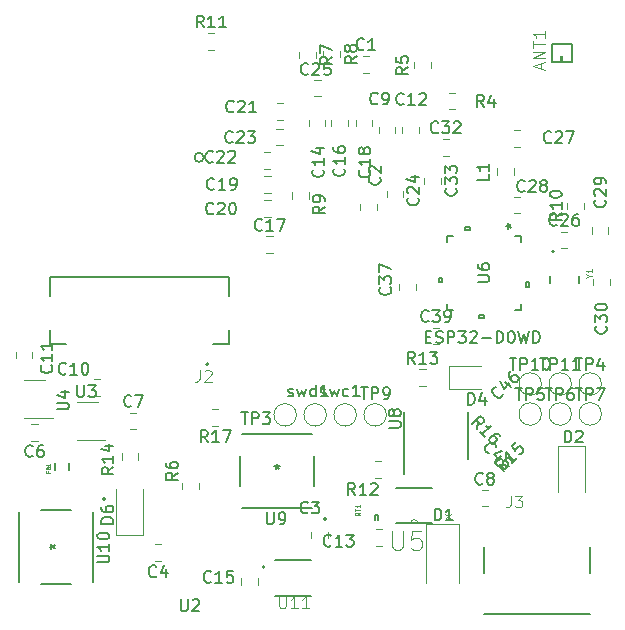
<source format=gbr>
G04 #@! TF.GenerationSoftware,KiCad,Pcbnew,(5.1.6)-1*
G04 #@! TF.CreationDate,2020-10-17T23:58:27+09:00*
G04 #@! TF.ProjectId,guardianCam_Wifi,67756172-6469-4616-9e43-616d5f576966,rev?*
G04 #@! TF.SameCoordinates,Original*
G04 #@! TF.FileFunction,Legend,Top*
G04 #@! TF.FilePolarity,Positive*
%FSLAX46Y46*%
G04 Gerber Fmt 4.6, Leading zero omitted, Abs format (unit mm)*
G04 Created by KiCad (PCBNEW (5.1.6)-1) date 2020-10-17 23:58:27*
%MOMM*%
%LPD*%
G01*
G04 APERTURE LIST*
%ADD10C,0.120000*%
%ADD11C,0.150000*%
%ADD12C,0.152400*%
%ADD13C,0.100000*%
%ADD14C,0.127000*%
%ADD15C,0.200000*%
%ADD16C,0.010000*%
%ADD17C,0.015000*%
G04 APERTURE END LIST*
D10*
X118346252Y-140420000D02*
X117823748Y-140420000D01*
X118346252Y-139000000D02*
X117823748Y-139000000D01*
D11*
X134065000Y-144525000D02*
X134065000Y-139250000D01*
X139465000Y-143250000D02*
X139465000Y-139250000D01*
D10*
X132101252Y-144850000D02*
X131578748Y-144850000D01*
X132101252Y-143430000D02*
X131578748Y-143430000D01*
D12*
X136418600Y-145671400D02*
X133421400Y-145671400D01*
X133421400Y-148668600D02*
X134615200Y-148668600D01*
X134615200Y-148668600D02*
X135224800Y-148668600D01*
X135224800Y-148668600D02*
X136418600Y-148668600D01*
X131618000Y-148363800D02*
X131618000Y-147982800D01*
X131618000Y-147982800D02*
X131872000Y-147982800D01*
X131872000Y-147982800D02*
X131872000Y-148363800D01*
D13*
X134615200Y-148668600D02*
G75*
G02*
X135224800Y-148668600I304800J0D01*
G01*
D10*
X113511252Y-151860000D02*
X112988748Y-151860000D01*
X113511252Y-150440000D02*
X112988748Y-150440000D01*
X115280000Y-145811252D02*
X115280000Y-145288748D01*
X116700000Y-145811252D02*
X116700000Y-145288748D01*
D14*
X123160000Y-154810000D02*
X126160000Y-154810000D01*
X123160000Y-151810000D02*
X126160000Y-151810000D01*
D15*
X122265000Y-152360000D02*
G75*
G03*
X122265000Y-152360000I-100000J0D01*
G01*
D12*
X127521000Y-148294000D02*
G75*
G03*
X127521000Y-148294000I-127000J0D01*
G01*
X126454200Y-145508379D02*
X126454200Y-142951621D01*
X120373451Y-147354200D02*
X126286549Y-147354200D01*
X120205800Y-142951621D02*
X120205800Y-145508379D01*
X126286549Y-141105800D02*
X120373451Y-141105800D01*
X117096600Y-117700701D02*
G75*
G03*
X117096600Y-117700701I-381000J0D01*
G01*
D14*
X149790000Y-152910000D02*
X149790000Y-150710000D01*
X140850000Y-152910000D02*
X140850000Y-150710000D01*
X140850000Y-156380000D02*
X149790000Y-156380000D01*
D12*
X108801000Y-146596000D02*
G75*
G03*
X108801000Y-146596000I-127000J0D01*
G01*
X105888379Y-147535800D02*
X103331621Y-147535800D01*
X107734200Y-153616549D02*
X107734200Y-147703451D01*
X103331621Y-153784200D02*
X105888379Y-153784200D01*
X101485800Y-147703451D02*
X101485800Y-153616549D01*
D10*
X148240000Y-136890000D02*
G75*
G03*
X148240000Y-136890000I-950000J0D01*
G01*
X145700000Y-136890000D02*
G75*
G03*
X145700000Y-136890000I-950000J0D01*
G01*
X132570000Y-139500000D02*
G75*
G03*
X132570000Y-139500000I-950000J0D01*
G01*
X150780000Y-139420000D02*
G75*
G03*
X150780000Y-139420000I-950000J0D01*
G01*
X148240000Y-139430000D02*
G75*
G03*
X148240000Y-139430000I-950000J0D01*
G01*
X145700000Y-139430000D02*
G75*
G03*
X145700000Y-139430000I-950000J0D01*
G01*
X150780000Y-136890000D02*
G75*
G03*
X150780000Y-136890000I-950000J0D01*
G01*
X124950000Y-139500000D02*
G75*
G03*
X124950000Y-139500000I-950000J0D01*
G01*
X127490000Y-139500000D02*
G75*
G03*
X127490000Y-139500000I-950000J0D01*
G01*
X130030000Y-139500000D02*
G75*
G03*
X130030000Y-139500000I-950000J0D01*
G01*
X123313748Y-113120000D02*
X123836252Y-113120000D01*
X123313748Y-114540000D02*
X123836252Y-114540000D01*
D12*
X137690400Y-124320400D02*
X137690400Y-124835659D01*
X137690400Y-130619600D02*
X138205659Y-130619600D01*
X143989600Y-130619600D02*
X143989600Y-130104341D01*
X143989600Y-124320400D02*
X143474341Y-124320400D01*
X138205659Y-124320400D02*
X137690400Y-124320400D01*
X137690400Y-130104341D02*
X137690400Y-130619600D01*
X143474341Y-130619600D02*
X143989600Y-130619600D01*
X143989600Y-124835659D02*
X143989600Y-124320400D01*
X139630500Y-123634600D02*
X139249500Y-123634600D01*
X139249500Y-123634600D02*
X139249500Y-123888600D01*
X139249500Y-123888600D02*
X139630500Y-123888600D01*
X139630500Y-123888600D02*
X139630500Y-123634600D01*
X137258600Y-127879499D02*
X137004600Y-127879499D01*
X137004600Y-127879499D02*
X137004600Y-128260499D01*
X137004600Y-128260499D02*
X137258600Y-128260499D01*
X137258600Y-128260499D02*
X137258600Y-127879499D01*
X140830500Y-131305400D02*
X140449500Y-131305400D01*
X140449500Y-131305400D02*
X140449500Y-131051400D01*
X140449500Y-131051400D02*
X140830500Y-131051400D01*
X140830500Y-131051400D02*
X140830500Y-131305400D01*
X144421400Y-128279501D02*
X144675400Y-128279501D01*
X144675400Y-128279501D02*
X144675400Y-128660501D01*
X144675400Y-128660501D02*
X144421400Y-128660501D01*
X144421400Y-128660501D02*
X144421400Y-128279501D01*
D14*
X148890000Y-128320000D02*
X148890000Y-127720000D01*
X146390000Y-127720000D02*
X146390000Y-128320000D01*
D15*
X146770000Y-125670000D02*
G75*
G03*
X146770000Y-125670000I-100000J0D01*
G01*
D10*
X103680000Y-136550000D02*
X101880000Y-136550000D01*
X101880000Y-139770000D02*
X104330000Y-139770000D01*
X108140000Y-138390000D02*
X106340000Y-138390000D01*
X106340000Y-141610000D02*
X108790000Y-141610000D01*
X111580000Y-142763748D02*
X111580000Y-143286252D01*
X110160000Y-142763748D02*
X110160000Y-143286252D01*
X135363748Y-135650000D02*
X135886252Y-135650000D01*
X135363748Y-137070000D02*
X135886252Y-137070000D01*
X117473748Y-107180000D02*
X117996252Y-107180000D01*
X117473748Y-108600000D02*
X117996252Y-108600000D01*
X147900000Y-122056252D02*
X147900000Y-121533748D01*
X149320000Y-122056252D02*
X149320000Y-121533748D01*
X124600000Y-121186252D02*
X124600000Y-120663748D01*
X126020000Y-121186252D02*
X126020000Y-120663748D01*
X128650000Y-108703748D02*
X128650000Y-109226252D01*
X127230000Y-108703748D02*
X127230000Y-109226252D01*
X126590000Y-108753748D02*
X126590000Y-109276252D01*
X125170000Y-108753748D02*
X125170000Y-109276252D01*
X134890000Y-110166252D02*
X134890000Y-109643748D01*
X136310000Y-110166252D02*
X136310000Y-109643748D01*
X138366252Y-113640000D02*
X137843748Y-113640000D01*
X138366252Y-112220000D02*
X137843748Y-112220000D01*
X143340000Y-118633748D02*
X143340000Y-119156252D01*
X141920000Y-118633748D02*
X141920000Y-119156252D01*
D14*
X104475000Y-144210000D02*
X104475000Y-143550000D01*
X105725000Y-144210000D02*
X105725000Y-143550000D01*
D10*
X109675000Y-145780000D02*
X109675000Y-149665000D01*
X109675000Y-149665000D02*
X111945000Y-149665000D01*
X111945000Y-149665000D02*
X111945000Y-145780000D01*
X140547500Y-135400000D02*
X137862500Y-135400000D01*
X137862500Y-135400000D02*
X137862500Y-137320000D01*
X137862500Y-137320000D02*
X140547500Y-137320000D01*
X149405000Y-146000000D02*
X149405000Y-142115000D01*
X149405000Y-142115000D02*
X147135000Y-142115000D01*
X147135000Y-142115000D02*
X147135000Y-146000000D01*
X138680000Y-148760000D02*
X135960000Y-148760000D01*
X135960000Y-148760000D02*
X135960000Y-153740000D01*
X138680000Y-148760000D02*
X138680000Y-153740000D01*
X136523748Y-132120000D02*
X137046252Y-132120000D01*
X136523748Y-133540000D02*
X137046252Y-133540000D01*
X135040000Y-128408748D02*
X135040000Y-128931252D01*
X133620000Y-128408748D02*
X133620000Y-128931252D01*
X137160000Y-119413748D02*
X137160000Y-119936252D01*
X135740000Y-119413748D02*
X135740000Y-119936252D01*
X137333748Y-116140000D02*
X137856252Y-116140000D01*
X137333748Y-117560000D02*
X137856252Y-117560000D01*
X150090000Y-128546252D02*
X150090000Y-128023748D01*
X151510000Y-128546252D02*
X151510000Y-128023748D01*
X151370000Y-123623748D02*
X151370000Y-124146252D01*
X149950000Y-123623748D02*
X149950000Y-124146252D01*
X143363748Y-121020000D02*
X143886252Y-121020000D01*
X143363748Y-122440000D02*
X143886252Y-122440000D01*
X143403748Y-115370000D02*
X143926252Y-115370000D01*
X143403748Y-116790000D02*
X143926252Y-116790000D01*
X147363748Y-123980000D02*
X147886252Y-123980000D01*
X147363748Y-125400000D02*
X147886252Y-125400000D01*
X126473748Y-111120000D02*
X126996252Y-111120000D01*
X126473748Y-112540000D02*
X126996252Y-112540000D01*
X132590000Y-121076252D02*
X132590000Y-120553748D01*
X134010000Y-121076252D02*
X134010000Y-120553748D01*
X123263748Y-115270000D02*
X123786252Y-115270000D01*
X123263748Y-116690000D02*
X123786252Y-116690000D01*
X122173748Y-117230000D02*
X122696252Y-117230000D01*
X122173748Y-118650000D02*
X122696252Y-118650000D01*
X122238748Y-121290000D02*
X122761252Y-121290000D01*
X122238748Y-122710000D02*
X122761252Y-122710000D01*
X122238748Y-119290000D02*
X122761252Y-119290000D01*
X122238748Y-120710000D02*
X122761252Y-120710000D01*
X131390000Y-114518748D02*
X131390000Y-115041252D01*
X129970000Y-114518748D02*
X129970000Y-115041252D01*
X122418748Y-124390000D02*
X122941252Y-124390000D01*
X122418748Y-125810000D02*
X122941252Y-125810000D01*
X129310000Y-114543748D02*
X129310000Y-115066252D01*
X127890000Y-114543748D02*
X127890000Y-115066252D01*
X121670000Y-153348748D02*
X121670000Y-153871252D01*
X120250000Y-153348748D02*
X120250000Y-153871252D01*
X127400000Y-114493748D02*
X127400000Y-115016252D01*
X125980000Y-114493748D02*
X125980000Y-115016252D01*
X132201252Y-150570000D02*
X131678748Y-150570000D01*
X132201252Y-149150000D02*
X131678748Y-149150000D01*
X135310000Y-115133748D02*
X135310000Y-115656252D01*
X133890000Y-115133748D02*
X133890000Y-115656252D01*
X101180000Y-134706252D02*
X101180000Y-134183748D01*
X102600000Y-134706252D02*
X102600000Y-134183748D01*
X107823748Y-136470000D02*
X108346252Y-136470000D01*
X107823748Y-137890000D02*
X108346252Y-137890000D01*
X133340000Y-115153748D02*
X133340000Y-115676252D01*
X131920000Y-115153748D02*
X131920000Y-115676252D01*
X140668748Y-145820000D02*
X141191252Y-145820000D01*
X140668748Y-147240000D02*
X141191252Y-147240000D01*
X110888748Y-139310000D02*
X111411252Y-139310000D01*
X110888748Y-140730000D02*
X111411252Y-140730000D01*
X103046252Y-141680000D02*
X102523748Y-141680000D01*
X103046252Y-140260000D02*
X102523748Y-140260000D01*
X126200000Y-149911252D02*
X126200000Y-149388748D01*
X127620000Y-149911252D02*
X127620000Y-149388748D01*
X131750000Y-121608748D02*
X131750000Y-122131252D01*
X130330000Y-121608748D02*
X130330000Y-122131252D01*
X130568748Y-109110000D02*
X131091252Y-109110000D01*
X130568748Y-110530000D02*
X131091252Y-110530000D01*
D14*
X146560000Y-109590000D02*
X148260000Y-109590000D01*
X148260000Y-109590000D02*
X148260000Y-108110000D01*
X148260000Y-108110000D02*
X146560000Y-108110000D01*
X146560000Y-108110000D02*
X146560000Y-109590000D01*
D16*
G36*
X147293000Y-109495000D02*
G01*
X147293000Y-109114000D01*
X147420000Y-109114000D01*
X147420000Y-109495000D01*
X147293000Y-109495000D01*
G37*
X147293000Y-109495000D02*
X147293000Y-109114000D01*
X147420000Y-109114000D01*
X147420000Y-109495000D01*
X147293000Y-109495000D01*
D14*
X104108400Y-127868000D02*
X119208400Y-127868000D01*
X119208400Y-132288000D02*
X119208400Y-133468000D01*
X119208400Y-133468000D02*
X117878400Y-133468000D01*
D15*
X117508400Y-135218000D02*
G75*
G03*
X117508400Y-135218000I-100000J0D01*
G01*
D14*
X104108400Y-132288000D02*
X104108400Y-133468000D01*
X105438400Y-133468000D02*
X104108400Y-133468000D01*
X104108400Y-127868000D02*
X104108400Y-129448000D01*
X119208400Y-127868000D02*
X119208400Y-129448000D01*
D11*
X117442142Y-141812380D02*
X117108809Y-141336190D01*
X116870714Y-141812380D02*
X116870714Y-140812380D01*
X117251666Y-140812380D01*
X117346904Y-140860000D01*
X117394523Y-140907619D01*
X117442142Y-141002857D01*
X117442142Y-141145714D01*
X117394523Y-141240952D01*
X117346904Y-141288571D01*
X117251666Y-141336190D01*
X116870714Y-141336190D01*
X118394523Y-141812380D02*
X117823095Y-141812380D01*
X118108809Y-141812380D02*
X118108809Y-140812380D01*
X118013571Y-140955238D01*
X117918333Y-141050476D01*
X117823095Y-141098095D01*
X118727857Y-140812380D02*
X119394523Y-140812380D01*
X118965952Y-141812380D01*
X132782380Y-140611904D02*
X133591904Y-140611904D01*
X133687142Y-140564285D01*
X133734761Y-140516666D01*
X133782380Y-140421428D01*
X133782380Y-140230952D01*
X133734761Y-140135714D01*
X133687142Y-140088095D01*
X133591904Y-140040476D01*
X132782380Y-140040476D01*
X133210952Y-139421428D02*
X133163333Y-139516666D01*
X133115714Y-139564285D01*
X133020476Y-139611904D01*
X132972857Y-139611904D01*
X132877619Y-139564285D01*
X132830000Y-139516666D01*
X132782380Y-139421428D01*
X132782380Y-139230952D01*
X132830000Y-139135714D01*
X132877619Y-139088095D01*
X132972857Y-139040476D01*
X133020476Y-139040476D01*
X133115714Y-139088095D01*
X133163333Y-139135714D01*
X133210952Y-139230952D01*
X133210952Y-139421428D01*
X133258571Y-139516666D01*
X133306190Y-139564285D01*
X133401428Y-139611904D01*
X133591904Y-139611904D01*
X133687142Y-139564285D01*
X133734761Y-139516666D01*
X133782380Y-139421428D01*
X133782380Y-139230952D01*
X133734761Y-139135714D01*
X133687142Y-139088095D01*
X133591904Y-139040476D01*
X133401428Y-139040476D01*
X133306190Y-139088095D01*
X133258571Y-139135714D01*
X133210952Y-139230952D01*
X140235287Y-140689680D02*
X140336302Y-140117261D01*
X139831226Y-140285619D02*
X140538333Y-139578513D01*
X140807707Y-139847887D01*
X140841379Y-139948902D01*
X140841379Y-140016245D01*
X140807707Y-140117261D01*
X140706692Y-140218276D01*
X140605676Y-140251948D01*
X140538333Y-140251948D01*
X140437318Y-140218276D01*
X140167944Y-139948902D01*
X140908722Y-141363116D02*
X140504661Y-140959055D01*
X140706692Y-141161085D02*
X141413799Y-140453978D01*
X141245440Y-140487650D01*
X141110753Y-140487650D01*
X141009738Y-140453978D01*
X142221921Y-141262100D02*
X142087234Y-141127413D01*
X141986218Y-141093742D01*
X141918875Y-141093742D01*
X141750516Y-141127413D01*
X141582157Y-141228429D01*
X141312783Y-141497803D01*
X141279112Y-141598818D01*
X141279112Y-141666161D01*
X141312783Y-141767177D01*
X141447470Y-141901864D01*
X141548486Y-141935535D01*
X141615829Y-141935535D01*
X141716844Y-141901864D01*
X141885203Y-141733505D01*
X141918875Y-141632490D01*
X141918875Y-141565146D01*
X141885203Y-141464131D01*
X141750516Y-141329444D01*
X141649501Y-141295772D01*
X141582157Y-141295772D01*
X141481142Y-141329444D01*
X142915312Y-143844450D02*
X142342893Y-143743435D01*
X142511251Y-144248511D02*
X141804145Y-143541404D01*
X142073519Y-143272030D01*
X142174534Y-143238358D01*
X142241877Y-143238358D01*
X142342893Y-143272030D01*
X142443908Y-143373045D01*
X142477580Y-143474061D01*
X142477580Y-143541404D01*
X142443908Y-143642419D01*
X142174534Y-143911793D01*
X143588748Y-143171015D02*
X143184687Y-143575076D01*
X143386717Y-143373045D02*
X142679610Y-142665938D01*
X142713282Y-142834297D01*
X142713282Y-142968984D01*
X142679610Y-143070000D01*
X143521404Y-141824145D02*
X143184687Y-142160862D01*
X143487732Y-142531251D01*
X143487732Y-142463908D01*
X143521404Y-142362893D01*
X143689763Y-142194534D01*
X143790778Y-142160862D01*
X143858122Y-142160862D01*
X143959137Y-142194534D01*
X144127496Y-142362893D01*
X144161167Y-142463908D01*
X144161167Y-142531251D01*
X144127496Y-142632267D01*
X143959137Y-142800625D01*
X143858122Y-142834297D01*
X143790778Y-142834297D01*
X142447969Y-137707106D02*
X142447969Y-137774450D01*
X142380625Y-137909137D01*
X142313282Y-137976480D01*
X142178595Y-138043824D01*
X142043908Y-138043824D01*
X141942893Y-138010152D01*
X141774534Y-137909137D01*
X141673519Y-137808122D01*
X141572503Y-137639763D01*
X141538832Y-137538748D01*
X141538832Y-137404061D01*
X141606175Y-137269374D01*
X141673519Y-137202030D01*
X141808206Y-137134687D01*
X141875549Y-137134687D01*
X142650000Y-136696954D02*
X143121404Y-137168358D01*
X142212267Y-136595938D02*
X142548984Y-137269374D01*
X142986717Y-136831641D01*
X143087732Y-135787816D02*
X142953045Y-135922503D01*
X142919374Y-136023519D01*
X142919374Y-136090862D01*
X142953045Y-136259221D01*
X143054061Y-136427580D01*
X143323435Y-136696954D01*
X143424450Y-136730625D01*
X143491793Y-136730625D01*
X143592809Y-136696954D01*
X143727496Y-136562267D01*
X143761167Y-136461251D01*
X143761167Y-136393908D01*
X143727496Y-136292893D01*
X143559137Y-136124534D01*
X143458122Y-136090862D01*
X143390778Y-136090862D01*
X143289763Y-136124534D01*
X143155076Y-136259221D01*
X143121404Y-136360236D01*
X143121404Y-136427580D01*
X143155076Y-136528595D01*
X141263155Y-142753601D02*
X141195811Y-142753601D01*
X141061124Y-142686257D01*
X140993781Y-142618914D01*
X140926437Y-142484227D01*
X140926437Y-142349540D01*
X140960109Y-142248525D01*
X141061124Y-142080166D01*
X141162139Y-141979151D01*
X141330498Y-141878135D01*
X141431513Y-141844464D01*
X141566200Y-141844464D01*
X141700887Y-141911807D01*
X141768231Y-141979151D01*
X141835574Y-142113838D01*
X141835574Y-142181181D01*
X142273307Y-142955632D02*
X141801903Y-143427036D01*
X142374323Y-142517899D02*
X141700887Y-142854616D01*
X142138620Y-143292349D01*
X143216116Y-143427036D02*
X142879399Y-143090319D01*
X142509010Y-143393364D01*
X142576353Y-143393364D01*
X142677368Y-143427036D01*
X142845727Y-143595395D01*
X142879399Y-143696410D01*
X142879399Y-143763754D01*
X142845727Y-143864769D01*
X142677368Y-144033128D01*
X142576353Y-144066799D01*
X142509010Y-144066799D01*
X142407994Y-144033128D01*
X142239636Y-143864769D01*
X142205964Y-143763754D01*
X142205964Y-143696410D01*
D17*
X130348102Y-147770598D02*
X130160626Y-147901831D01*
X130348102Y-147995570D02*
X129954401Y-147995570D01*
X129954401Y-147845588D01*
X129973149Y-147808093D01*
X129991897Y-147789345D01*
X130029392Y-147770598D01*
X130085635Y-147770598D01*
X130123130Y-147789345D01*
X130141878Y-147808093D01*
X130160626Y-147845588D01*
X130160626Y-147995570D01*
X129954401Y-147658112D02*
X129954401Y-147433140D01*
X130348102Y-147545626D02*
X129954401Y-147545626D01*
X130348102Y-147095682D02*
X130348102Y-147320654D01*
X130348102Y-147208168D02*
X129954401Y-147208168D01*
X130010644Y-147245663D01*
X130048140Y-147283158D01*
X130066887Y-147320654D01*
D11*
X129917142Y-146292380D02*
X129583809Y-145816190D01*
X129345714Y-146292380D02*
X129345714Y-145292380D01*
X129726666Y-145292380D01*
X129821904Y-145340000D01*
X129869523Y-145387619D01*
X129917142Y-145482857D01*
X129917142Y-145625714D01*
X129869523Y-145720952D01*
X129821904Y-145768571D01*
X129726666Y-145816190D01*
X129345714Y-145816190D01*
X130869523Y-146292380D02*
X130298095Y-146292380D01*
X130583809Y-146292380D02*
X130583809Y-145292380D01*
X130488571Y-145435238D01*
X130393333Y-145530476D01*
X130298095Y-145578095D01*
X131250476Y-145387619D02*
X131298095Y-145340000D01*
X131393333Y-145292380D01*
X131631428Y-145292380D01*
X131726666Y-145340000D01*
X131774285Y-145387619D01*
X131821904Y-145482857D01*
X131821904Y-145578095D01*
X131774285Y-145720952D01*
X131202857Y-146292380D01*
X131821904Y-146292380D01*
D17*
X133034476Y-149295630D02*
X133034476Y-150623950D01*
X133112612Y-150780223D01*
X133190749Y-150858360D01*
X133347022Y-150936496D01*
X133659568Y-150936496D01*
X133815841Y-150858360D01*
X133893977Y-150780223D01*
X133972114Y-150623950D01*
X133972114Y-149295630D01*
X135534843Y-149295630D02*
X134753478Y-149295630D01*
X134675342Y-150076995D01*
X134753478Y-149998858D01*
X134909751Y-149920722D01*
X135300434Y-149920722D01*
X135456707Y-149998858D01*
X135534843Y-150076995D01*
X135612980Y-150233268D01*
X135612980Y-150623950D01*
X135534843Y-150780223D01*
X135456707Y-150858360D01*
X135300434Y-150936496D01*
X134909751Y-150936496D01*
X134753478Y-150858360D01*
X134675342Y-150780223D01*
X137793830Y-147791570D02*
X137793830Y-148029966D01*
X137555434Y-147934608D02*
X137793830Y-148029966D01*
X138032225Y-147934608D01*
X137650792Y-148220682D02*
X137793830Y-148029966D01*
X137936867Y-148220682D01*
X137793830Y-147791570D02*
X137793830Y-148029966D01*
X137555434Y-147934608D02*
X137793830Y-148029966D01*
X138032225Y-147934608D01*
X137650792Y-148220682D02*
X137793830Y-148029966D01*
X137936867Y-148220682D01*
D11*
X113083333Y-153157142D02*
X113035714Y-153204761D01*
X112892857Y-153252380D01*
X112797619Y-153252380D01*
X112654761Y-153204761D01*
X112559523Y-153109523D01*
X112511904Y-153014285D01*
X112464285Y-152823809D01*
X112464285Y-152680952D01*
X112511904Y-152490476D01*
X112559523Y-152395238D01*
X112654761Y-152300000D01*
X112797619Y-152252380D01*
X112892857Y-152252380D01*
X113035714Y-152300000D01*
X113083333Y-152347619D01*
X113940476Y-152585714D02*
X113940476Y-153252380D01*
X113702380Y-152204761D02*
X113464285Y-152919047D01*
X114083333Y-152919047D01*
X115168095Y-155112380D02*
X115168095Y-155921904D01*
X115215714Y-156017142D01*
X115263333Y-156064761D01*
X115358571Y-156112380D01*
X115549047Y-156112380D01*
X115644285Y-156064761D01*
X115691904Y-156017142D01*
X115739523Y-155921904D01*
X115739523Y-155112380D01*
X116168095Y-155207619D02*
X116215714Y-155160000D01*
X116310952Y-155112380D01*
X116549047Y-155112380D01*
X116644285Y-155160000D01*
X116691904Y-155207619D01*
X116739523Y-155302857D01*
X116739523Y-155398095D01*
X116691904Y-155540952D01*
X116120476Y-156112380D01*
X116739523Y-156112380D01*
X114902380Y-144401666D02*
X114426190Y-144735000D01*
X114902380Y-144973095D02*
X113902380Y-144973095D01*
X113902380Y-144592142D01*
X113950000Y-144496904D01*
X113997619Y-144449285D01*
X114092857Y-144401666D01*
X114235714Y-144401666D01*
X114330952Y-144449285D01*
X114378571Y-144496904D01*
X114426190Y-144592142D01*
X114426190Y-144973095D01*
X113902380Y-143544523D02*
X113902380Y-143735000D01*
X113950000Y-143830238D01*
X113997619Y-143877857D01*
X114140476Y-143973095D01*
X114330952Y-144020714D01*
X114711904Y-144020714D01*
X114807142Y-143973095D01*
X114854761Y-143925476D01*
X114902380Y-143830238D01*
X114902380Y-143639761D01*
X114854761Y-143544523D01*
X114807142Y-143496904D01*
X114711904Y-143449285D01*
X114473809Y-143449285D01*
X114378571Y-143496904D01*
X114330952Y-143544523D01*
X114283333Y-143639761D01*
X114283333Y-143830238D01*
X114330952Y-143925476D01*
X114378571Y-143973095D01*
X114473809Y-144020714D01*
D17*
X123491904Y-154862380D02*
X123491904Y-155671904D01*
X123539523Y-155767142D01*
X123587142Y-155814761D01*
X123682380Y-155862380D01*
X123872857Y-155862380D01*
X123968095Y-155814761D01*
X124015714Y-155767142D01*
X124063333Y-155671904D01*
X124063333Y-154862380D01*
X125063333Y-155862380D02*
X124491904Y-155862380D01*
X124777619Y-155862380D02*
X124777619Y-154862380D01*
X124682380Y-155005238D01*
X124587142Y-155100476D01*
X124491904Y-155148095D01*
X126015714Y-155862380D02*
X125444285Y-155862380D01*
X125730000Y-155862380D02*
X125730000Y-154862380D01*
X125634761Y-155005238D01*
X125539523Y-155100476D01*
X125444285Y-155148095D01*
D11*
X122448095Y-147752380D02*
X122448095Y-148561904D01*
X122495714Y-148657142D01*
X122543333Y-148704761D01*
X122638571Y-148752380D01*
X122829047Y-148752380D01*
X122924285Y-148704761D01*
X122971904Y-148657142D01*
X123019523Y-148561904D01*
X123019523Y-147752380D01*
X123543333Y-148752380D02*
X123733809Y-148752380D01*
X123829047Y-148704761D01*
X123876666Y-148657142D01*
X123971904Y-148514285D01*
X124019523Y-148323809D01*
X124019523Y-147942857D01*
X123971904Y-147847619D01*
X123924285Y-147800000D01*
X123829047Y-147752380D01*
X123638571Y-147752380D01*
X123543333Y-147800000D01*
X123495714Y-147847619D01*
X123448095Y-147942857D01*
X123448095Y-148180952D01*
X123495714Y-148276190D01*
X123543333Y-148323809D01*
X123638571Y-148371428D01*
X123829047Y-148371428D01*
X123924285Y-148323809D01*
X123971904Y-148276190D01*
X124019523Y-148180952D01*
X123330000Y-143682380D02*
X123330000Y-143920476D01*
X123091904Y-143825238D02*
X123330000Y-143920476D01*
X123568095Y-143825238D01*
X123187142Y-144110952D02*
X123330000Y-143920476D01*
X123472857Y-144110952D01*
D17*
X143086342Y-146337575D02*
X143086342Y-147054431D01*
X143038551Y-147197802D01*
X142942971Y-147293383D01*
X142799600Y-147341173D01*
X142704019Y-147341173D01*
X143468665Y-146337575D02*
X144089940Y-146337575D01*
X143755407Y-146719898D01*
X143898778Y-146719898D01*
X143994359Y-146767689D01*
X144042149Y-146815479D01*
X144089940Y-146911060D01*
X144089940Y-147150012D01*
X144042149Y-147245592D01*
X143994359Y-147293383D01*
X143898778Y-147341173D01*
X143612036Y-147341173D01*
X143516455Y-147293383D01*
X143468665Y-147245592D01*
D11*
X108102380Y-151988095D02*
X108911904Y-151988095D01*
X109007142Y-151940476D01*
X109054761Y-151892857D01*
X109102380Y-151797619D01*
X109102380Y-151607142D01*
X109054761Y-151511904D01*
X109007142Y-151464285D01*
X108911904Y-151416666D01*
X108102380Y-151416666D01*
X109102380Y-150416666D02*
X109102380Y-150988095D01*
X109102380Y-150702380D02*
X108102380Y-150702380D01*
X108245238Y-150797619D01*
X108340476Y-150892857D01*
X108388095Y-150988095D01*
X108102380Y-149797619D02*
X108102380Y-149702380D01*
X108150000Y-149607142D01*
X108197619Y-149559523D01*
X108292857Y-149511904D01*
X108483333Y-149464285D01*
X108721428Y-149464285D01*
X108911904Y-149511904D01*
X109007142Y-149559523D01*
X109054761Y-149607142D01*
X109102380Y-149702380D01*
X109102380Y-149797619D01*
X109054761Y-149892857D01*
X109007142Y-149940476D01*
X108911904Y-149988095D01*
X108721428Y-150035714D01*
X108483333Y-150035714D01*
X108292857Y-149988095D01*
X108197619Y-149940476D01*
X108150000Y-149892857D01*
X108102380Y-149797619D01*
X104062380Y-150660000D02*
X104300476Y-150660000D01*
X104205238Y-150898095D02*
X104300476Y-150660000D01*
X104205238Y-150421904D01*
X104490952Y-150802857D02*
X104300476Y-150660000D01*
X104490952Y-150517142D01*
X145551904Y-134694380D02*
X146123333Y-134694380D01*
X145837619Y-135694380D02*
X145837619Y-134694380D01*
X146456666Y-135694380D02*
X146456666Y-134694380D01*
X146837619Y-134694380D01*
X146932857Y-134742000D01*
X146980476Y-134789619D01*
X147028095Y-134884857D01*
X147028095Y-135027714D01*
X146980476Y-135122952D01*
X146932857Y-135170571D01*
X146837619Y-135218190D01*
X146456666Y-135218190D01*
X147980476Y-135694380D02*
X147409047Y-135694380D01*
X147694761Y-135694380D02*
X147694761Y-134694380D01*
X147599523Y-134837238D01*
X147504285Y-134932476D01*
X147409047Y-134980095D01*
X148932857Y-135694380D02*
X148361428Y-135694380D01*
X148647142Y-135694380D02*
X148647142Y-134694380D01*
X148551904Y-134837238D01*
X148456666Y-134932476D01*
X148361428Y-134980095D01*
X143011904Y-134694380D02*
X143583333Y-134694380D01*
X143297619Y-135694380D02*
X143297619Y-134694380D01*
X143916666Y-135694380D02*
X143916666Y-134694380D01*
X144297619Y-134694380D01*
X144392857Y-134742000D01*
X144440476Y-134789619D01*
X144488095Y-134884857D01*
X144488095Y-135027714D01*
X144440476Y-135122952D01*
X144392857Y-135170571D01*
X144297619Y-135218190D01*
X143916666Y-135218190D01*
X145440476Y-135694380D02*
X144869047Y-135694380D01*
X145154761Y-135694380D02*
X145154761Y-134694380D01*
X145059523Y-134837238D01*
X144964285Y-134932476D01*
X144869047Y-134980095D01*
X146059523Y-134694380D02*
X146154761Y-134694380D01*
X146250000Y-134742000D01*
X146297619Y-134789619D01*
X146345238Y-134884857D01*
X146392857Y-135075333D01*
X146392857Y-135313428D01*
X146345238Y-135503904D01*
X146297619Y-135599142D01*
X146250000Y-135646761D01*
X146154761Y-135694380D01*
X146059523Y-135694380D01*
X145964285Y-135646761D01*
X145916666Y-135599142D01*
X145869047Y-135503904D01*
X145821428Y-135313428D01*
X145821428Y-135075333D01*
X145869047Y-134884857D01*
X145916666Y-134789619D01*
X145964285Y-134742000D01*
X146059523Y-134694380D01*
X130428095Y-137162380D02*
X130999523Y-137162380D01*
X130713809Y-138162380D02*
X130713809Y-137162380D01*
X131332857Y-138162380D02*
X131332857Y-137162380D01*
X131713809Y-137162380D01*
X131809047Y-137210000D01*
X131856666Y-137257619D01*
X131904285Y-137352857D01*
X131904285Y-137495714D01*
X131856666Y-137590952D01*
X131809047Y-137638571D01*
X131713809Y-137686190D01*
X131332857Y-137686190D01*
X132380476Y-138162380D02*
X132570952Y-138162380D01*
X132666190Y-138114761D01*
X132713809Y-138067142D01*
X132809047Y-137924285D01*
X132856666Y-137733809D01*
X132856666Y-137352857D01*
X132809047Y-137257619D01*
X132761428Y-137210000D01*
X132666190Y-137162380D01*
X132475714Y-137162380D01*
X132380476Y-137210000D01*
X132332857Y-137257619D01*
X132285238Y-137352857D01*
X132285238Y-137590952D01*
X132332857Y-137686190D01*
X132380476Y-137733809D01*
X132475714Y-137781428D01*
X132666190Y-137781428D01*
X132761428Y-137733809D01*
X132809047Y-137686190D01*
X132856666Y-137590952D01*
X148568095Y-137224380D02*
X149139523Y-137224380D01*
X148853809Y-138224380D02*
X148853809Y-137224380D01*
X149472857Y-138224380D02*
X149472857Y-137224380D01*
X149853809Y-137224380D01*
X149949047Y-137272000D01*
X149996666Y-137319619D01*
X150044285Y-137414857D01*
X150044285Y-137557714D01*
X149996666Y-137652952D01*
X149949047Y-137700571D01*
X149853809Y-137748190D01*
X149472857Y-137748190D01*
X150377619Y-137224380D02*
X151044285Y-137224380D01*
X150615714Y-138224380D01*
X146028095Y-137234380D02*
X146599523Y-137234380D01*
X146313809Y-138234380D02*
X146313809Y-137234380D01*
X146932857Y-138234380D02*
X146932857Y-137234380D01*
X147313809Y-137234380D01*
X147409047Y-137282000D01*
X147456666Y-137329619D01*
X147504285Y-137424857D01*
X147504285Y-137567714D01*
X147456666Y-137662952D01*
X147409047Y-137710571D01*
X147313809Y-137758190D01*
X146932857Y-137758190D01*
X148361428Y-137234380D02*
X148170952Y-137234380D01*
X148075714Y-137282000D01*
X148028095Y-137329619D01*
X147932857Y-137472476D01*
X147885238Y-137662952D01*
X147885238Y-138043904D01*
X147932857Y-138139142D01*
X147980476Y-138186761D01*
X148075714Y-138234380D01*
X148266190Y-138234380D01*
X148361428Y-138186761D01*
X148409047Y-138139142D01*
X148456666Y-138043904D01*
X148456666Y-137805809D01*
X148409047Y-137710571D01*
X148361428Y-137662952D01*
X148266190Y-137615333D01*
X148075714Y-137615333D01*
X147980476Y-137662952D01*
X147932857Y-137710571D01*
X147885238Y-137805809D01*
X143488095Y-137234380D02*
X144059523Y-137234380D01*
X143773809Y-138234380D02*
X143773809Y-137234380D01*
X144392857Y-138234380D02*
X144392857Y-137234380D01*
X144773809Y-137234380D01*
X144869047Y-137282000D01*
X144916666Y-137329619D01*
X144964285Y-137424857D01*
X144964285Y-137567714D01*
X144916666Y-137662952D01*
X144869047Y-137710571D01*
X144773809Y-137758190D01*
X144392857Y-137758190D01*
X145869047Y-137234380D02*
X145392857Y-137234380D01*
X145345238Y-137710571D01*
X145392857Y-137662952D01*
X145488095Y-137615333D01*
X145726190Y-137615333D01*
X145821428Y-137662952D01*
X145869047Y-137710571D01*
X145916666Y-137805809D01*
X145916666Y-138043904D01*
X145869047Y-138139142D01*
X145821428Y-138186761D01*
X145726190Y-138234380D01*
X145488095Y-138234380D01*
X145392857Y-138186761D01*
X145345238Y-138139142D01*
X148568095Y-134694380D02*
X149139523Y-134694380D01*
X148853809Y-135694380D02*
X148853809Y-134694380D01*
X149472857Y-135694380D02*
X149472857Y-134694380D01*
X149853809Y-134694380D01*
X149949047Y-134742000D01*
X149996666Y-134789619D01*
X150044285Y-134884857D01*
X150044285Y-135027714D01*
X149996666Y-135122952D01*
X149949047Y-135170571D01*
X149853809Y-135218190D01*
X149472857Y-135218190D01*
X150901428Y-135027714D02*
X150901428Y-135694380D01*
X150663333Y-134646761D02*
X150425238Y-135361047D01*
X151044285Y-135361047D01*
X120288095Y-139282380D02*
X120859523Y-139282380D01*
X120573809Y-140282380D02*
X120573809Y-139282380D01*
X121192857Y-140282380D02*
X121192857Y-139282380D01*
X121573809Y-139282380D01*
X121669047Y-139330000D01*
X121716666Y-139377619D01*
X121764285Y-139472857D01*
X121764285Y-139615714D01*
X121716666Y-139710952D01*
X121669047Y-139758571D01*
X121573809Y-139806190D01*
X121192857Y-139806190D01*
X122097619Y-139282380D02*
X122716666Y-139282380D01*
X122383333Y-139663333D01*
X122526190Y-139663333D01*
X122621428Y-139710952D01*
X122669047Y-139758571D01*
X122716666Y-139853809D01*
X122716666Y-140091904D01*
X122669047Y-140187142D01*
X122621428Y-140234761D01*
X122526190Y-140282380D01*
X122240476Y-140282380D01*
X122145238Y-140234761D01*
X122097619Y-140187142D01*
X124253333Y-137894761D02*
X124348571Y-137942380D01*
X124539047Y-137942380D01*
X124634285Y-137894761D01*
X124681904Y-137799523D01*
X124681904Y-137751904D01*
X124634285Y-137656666D01*
X124539047Y-137609047D01*
X124396190Y-137609047D01*
X124300952Y-137561428D01*
X124253333Y-137466190D01*
X124253333Y-137418571D01*
X124300952Y-137323333D01*
X124396190Y-137275714D01*
X124539047Y-137275714D01*
X124634285Y-137323333D01*
X125015238Y-137275714D02*
X125205714Y-137942380D01*
X125396190Y-137466190D01*
X125586666Y-137942380D01*
X125777142Y-137275714D01*
X126586666Y-137942380D02*
X126586666Y-136942380D01*
X126586666Y-137894761D02*
X126491428Y-137942380D01*
X126300952Y-137942380D01*
X126205714Y-137894761D01*
X126158095Y-137847142D01*
X126110476Y-137751904D01*
X126110476Y-137466190D01*
X126158095Y-137370952D01*
X126205714Y-137323333D01*
X126300952Y-137275714D01*
X126491428Y-137275714D01*
X126586666Y-137323333D01*
X127586666Y-137942380D02*
X127015238Y-137942380D01*
X127300952Y-137942380D02*
X127300952Y-136942380D01*
X127205714Y-137085238D01*
X127110476Y-137180476D01*
X127015238Y-137228095D01*
X127027142Y-137894761D02*
X127122380Y-137942380D01*
X127312857Y-137942380D01*
X127408095Y-137894761D01*
X127455714Y-137799523D01*
X127455714Y-137751904D01*
X127408095Y-137656666D01*
X127312857Y-137609047D01*
X127170000Y-137609047D01*
X127074761Y-137561428D01*
X127027142Y-137466190D01*
X127027142Y-137418571D01*
X127074761Y-137323333D01*
X127170000Y-137275714D01*
X127312857Y-137275714D01*
X127408095Y-137323333D01*
X127789047Y-137275714D02*
X127979523Y-137942380D01*
X128170000Y-137466190D01*
X128360476Y-137942380D01*
X128550952Y-137275714D01*
X129360476Y-137894761D02*
X129265238Y-137942380D01*
X129074761Y-137942380D01*
X128979523Y-137894761D01*
X128931904Y-137847142D01*
X128884285Y-137751904D01*
X128884285Y-137466190D01*
X128931904Y-137370952D01*
X128979523Y-137323333D01*
X129074761Y-137275714D01*
X129265238Y-137275714D01*
X129360476Y-137323333D01*
X130312857Y-137942380D02*
X129741428Y-137942380D01*
X130027142Y-137942380D02*
X130027142Y-136942380D01*
X129931904Y-137085238D01*
X129836666Y-137180476D01*
X129741428Y-137228095D01*
X119642142Y-113797142D02*
X119594523Y-113844761D01*
X119451666Y-113892380D01*
X119356428Y-113892380D01*
X119213571Y-113844761D01*
X119118333Y-113749523D01*
X119070714Y-113654285D01*
X119023095Y-113463809D01*
X119023095Y-113320952D01*
X119070714Y-113130476D01*
X119118333Y-113035238D01*
X119213571Y-112940000D01*
X119356428Y-112892380D01*
X119451666Y-112892380D01*
X119594523Y-112940000D01*
X119642142Y-112987619D01*
X120023095Y-112987619D02*
X120070714Y-112940000D01*
X120165952Y-112892380D01*
X120404047Y-112892380D01*
X120499285Y-112940000D01*
X120546904Y-112987619D01*
X120594523Y-113082857D01*
X120594523Y-113178095D01*
X120546904Y-113320952D01*
X119975476Y-113892380D01*
X120594523Y-113892380D01*
X121546904Y-113892380D02*
X120975476Y-113892380D01*
X121261190Y-113892380D02*
X121261190Y-112892380D01*
X121165952Y-113035238D01*
X121070714Y-113130476D01*
X120975476Y-113178095D01*
X140292380Y-128231904D02*
X141101904Y-128231904D01*
X141197142Y-128184285D01*
X141244761Y-128136666D01*
X141292380Y-128041428D01*
X141292380Y-127850952D01*
X141244761Y-127755714D01*
X141197142Y-127708095D01*
X141101904Y-127660476D01*
X140292380Y-127660476D01*
X140292380Y-126755714D02*
X140292380Y-126946190D01*
X140340000Y-127041428D01*
X140387619Y-127089047D01*
X140530476Y-127184285D01*
X140720952Y-127231904D01*
X141101904Y-127231904D01*
X141197142Y-127184285D01*
X141244761Y-127136666D01*
X141292380Y-127041428D01*
X141292380Y-126850952D01*
X141244761Y-126755714D01*
X141197142Y-126708095D01*
X141101904Y-126660476D01*
X140863809Y-126660476D01*
X140768571Y-126708095D01*
X140720952Y-126755714D01*
X140673333Y-126850952D01*
X140673333Y-127041428D01*
X140720952Y-127136666D01*
X140768571Y-127184285D01*
X140863809Y-127231904D01*
X135900476Y-132878571D02*
X136233809Y-132878571D01*
X136376666Y-133402380D02*
X135900476Y-133402380D01*
X135900476Y-132402380D01*
X136376666Y-132402380D01*
X136757619Y-133354761D02*
X136900476Y-133402380D01*
X137138571Y-133402380D01*
X137233809Y-133354761D01*
X137281428Y-133307142D01*
X137329047Y-133211904D01*
X137329047Y-133116666D01*
X137281428Y-133021428D01*
X137233809Y-132973809D01*
X137138571Y-132926190D01*
X136948095Y-132878571D01*
X136852857Y-132830952D01*
X136805238Y-132783333D01*
X136757619Y-132688095D01*
X136757619Y-132592857D01*
X136805238Y-132497619D01*
X136852857Y-132450000D01*
X136948095Y-132402380D01*
X137186190Y-132402380D01*
X137329047Y-132450000D01*
X137757619Y-133402380D02*
X137757619Y-132402380D01*
X138138571Y-132402380D01*
X138233809Y-132450000D01*
X138281428Y-132497619D01*
X138329047Y-132592857D01*
X138329047Y-132735714D01*
X138281428Y-132830952D01*
X138233809Y-132878571D01*
X138138571Y-132926190D01*
X137757619Y-132926190D01*
X138662380Y-132402380D02*
X139281428Y-132402380D01*
X138948095Y-132783333D01*
X139090952Y-132783333D01*
X139186190Y-132830952D01*
X139233809Y-132878571D01*
X139281428Y-132973809D01*
X139281428Y-133211904D01*
X139233809Y-133307142D01*
X139186190Y-133354761D01*
X139090952Y-133402380D01*
X138805238Y-133402380D01*
X138710000Y-133354761D01*
X138662380Y-133307142D01*
X139662380Y-132497619D02*
X139710000Y-132450000D01*
X139805238Y-132402380D01*
X140043333Y-132402380D01*
X140138571Y-132450000D01*
X140186190Y-132497619D01*
X140233809Y-132592857D01*
X140233809Y-132688095D01*
X140186190Y-132830952D01*
X139614761Y-133402380D01*
X140233809Y-133402380D01*
X140662380Y-133021428D02*
X141424285Y-133021428D01*
X141900476Y-133402380D02*
X141900476Y-132402380D01*
X142138571Y-132402380D01*
X142281428Y-132450000D01*
X142376666Y-132545238D01*
X142424285Y-132640476D01*
X142471904Y-132830952D01*
X142471904Y-132973809D01*
X142424285Y-133164285D01*
X142376666Y-133259523D01*
X142281428Y-133354761D01*
X142138571Y-133402380D01*
X141900476Y-133402380D01*
X143090952Y-132402380D02*
X143186190Y-132402380D01*
X143281428Y-132450000D01*
X143329047Y-132497619D01*
X143376666Y-132592857D01*
X143424285Y-132783333D01*
X143424285Y-133021428D01*
X143376666Y-133211904D01*
X143329047Y-133307142D01*
X143281428Y-133354761D01*
X143186190Y-133402380D01*
X143090952Y-133402380D01*
X142995714Y-133354761D01*
X142948095Y-133307142D01*
X142900476Y-133211904D01*
X142852857Y-133021428D01*
X142852857Y-132783333D01*
X142900476Y-132592857D01*
X142948095Y-132497619D01*
X142995714Y-132450000D01*
X143090952Y-132402380D01*
X143757619Y-132402380D02*
X143995714Y-133402380D01*
X144186190Y-132688095D01*
X144376666Y-133402380D01*
X144614761Y-132402380D01*
X144995714Y-133402380D02*
X144995714Y-132402380D01*
X145233809Y-132402380D01*
X145376666Y-132450000D01*
X145471904Y-132545238D01*
X145519523Y-132640476D01*
X145567142Y-132830952D01*
X145567142Y-132973809D01*
X145519523Y-133164285D01*
X145471904Y-133259523D01*
X145376666Y-133354761D01*
X145233809Y-133402380D01*
X144995714Y-133402380D01*
X142692380Y-123507600D02*
X142930476Y-123507600D01*
X142835238Y-123745695D02*
X142930476Y-123507600D01*
X142835238Y-123269504D01*
X143120952Y-123650457D02*
X142930476Y-123507600D01*
X143120952Y-123364742D01*
X142692380Y-123507600D02*
X142930476Y-123507600D01*
X142835238Y-123745695D02*
X142930476Y-123507600D01*
X142835238Y-123269504D01*
X143120952Y-123650457D02*
X142930476Y-123507600D01*
X143120952Y-123364742D01*
D17*
X149737441Y-127721985D02*
X149966456Y-127721985D01*
X149485524Y-127882295D02*
X149737441Y-127721985D01*
X149485524Y-127561674D01*
X149966456Y-127149447D02*
X149966456Y-127424265D01*
X149966456Y-127286856D02*
X149485524Y-127286856D01*
X149554229Y-127332659D01*
X149600032Y-127378462D01*
X149622933Y-127424265D01*
D11*
X104692380Y-139031904D02*
X105501904Y-139031904D01*
X105597142Y-138984285D01*
X105644761Y-138936666D01*
X105692380Y-138841428D01*
X105692380Y-138650952D01*
X105644761Y-138555714D01*
X105597142Y-138508095D01*
X105501904Y-138460476D01*
X104692380Y-138460476D01*
X105025714Y-137555714D02*
X105692380Y-137555714D01*
X104644761Y-137793809D02*
X105359047Y-138031904D01*
X105359047Y-137412857D01*
X106398095Y-136982380D02*
X106398095Y-137791904D01*
X106445714Y-137887142D01*
X106493333Y-137934761D01*
X106588571Y-137982380D01*
X106779047Y-137982380D01*
X106874285Y-137934761D01*
X106921904Y-137887142D01*
X106969523Y-137791904D01*
X106969523Y-136982380D01*
X107350476Y-136982380D02*
X107969523Y-136982380D01*
X107636190Y-137363333D01*
X107779047Y-137363333D01*
X107874285Y-137410952D01*
X107921904Y-137458571D01*
X107969523Y-137553809D01*
X107969523Y-137791904D01*
X107921904Y-137887142D01*
X107874285Y-137934761D01*
X107779047Y-137982380D01*
X107493333Y-137982380D01*
X107398095Y-137934761D01*
X107350476Y-137887142D01*
X109452380Y-143932857D02*
X108976190Y-144266190D01*
X109452380Y-144504285D02*
X108452380Y-144504285D01*
X108452380Y-144123333D01*
X108500000Y-144028095D01*
X108547619Y-143980476D01*
X108642857Y-143932857D01*
X108785714Y-143932857D01*
X108880952Y-143980476D01*
X108928571Y-144028095D01*
X108976190Y-144123333D01*
X108976190Y-144504285D01*
X109452380Y-142980476D02*
X109452380Y-143551904D01*
X109452380Y-143266190D02*
X108452380Y-143266190D01*
X108595238Y-143361428D01*
X108690476Y-143456666D01*
X108738095Y-143551904D01*
X108785714Y-142123333D02*
X109452380Y-142123333D01*
X108404761Y-142361428D02*
X109119047Y-142599523D01*
X109119047Y-141980476D01*
X134982142Y-135162380D02*
X134648809Y-134686190D01*
X134410714Y-135162380D02*
X134410714Y-134162380D01*
X134791666Y-134162380D01*
X134886904Y-134210000D01*
X134934523Y-134257619D01*
X134982142Y-134352857D01*
X134982142Y-134495714D01*
X134934523Y-134590952D01*
X134886904Y-134638571D01*
X134791666Y-134686190D01*
X134410714Y-134686190D01*
X135934523Y-135162380D02*
X135363095Y-135162380D01*
X135648809Y-135162380D02*
X135648809Y-134162380D01*
X135553571Y-134305238D01*
X135458333Y-134400476D01*
X135363095Y-134448095D01*
X136267857Y-134162380D02*
X136886904Y-134162380D01*
X136553571Y-134543333D01*
X136696428Y-134543333D01*
X136791666Y-134590952D01*
X136839285Y-134638571D01*
X136886904Y-134733809D01*
X136886904Y-134971904D01*
X136839285Y-135067142D01*
X136791666Y-135114761D01*
X136696428Y-135162380D01*
X136410714Y-135162380D01*
X136315476Y-135114761D01*
X136267857Y-135067142D01*
X117092142Y-106692380D02*
X116758809Y-106216190D01*
X116520714Y-106692380D02*
X116520714Y-105692380D01*
X116901666Y-105692380D01*
X116996904Y-105740000D01*
X117044523Y-105787619D01*
X117092142Y-105882857D01*
X117092142Y-106025714D01*
X117044523Y-106120952D01*
X116996904Y-106168571D01*
X116901666Y-106216190D01*
X116520714Y-106216190D01*
X118044523Y-106692380D02*
X117473095Y-106692380D01*
X117758809Y-106692380D02*
X117758809Y-105692380D01*
X117663571Y-105835238D01*
X117568333Y-105930476D01*
X117473095Y-105978095D01*
X118996904Y-106692380D02*
X118425476Y-106692380D01*
X118711190Y-106692380D02*
X118711190Y-105692380D01*
X118615952Y-105835238D01*
X118520714Y-105930476D01*
X118425476Y-105978095D01*
X147412380Y-122437857D02*
X146936190Y-122771190D01*
X147412380Y-123009285D02*
X146412380Y-123009285D01*
X146412380Y-122628333D01*
X146460000Y-122533095D01*
X146507619Y-122485476D01*
X146602857Y-122437857D01*
X146745714Y-122437857D01*
X146840952Y-122485476D01*
X146888571Y-122533095D01*
X146936190Y-122628333D01*
X146936190Y-123009285D01*
X147412380Y-121485476D02*
X147412380Y-122056904D01*
X147412380Y-121771190D02*
X146412380Y-121771190D01*
X146555238Y-121866428D01*
X146650476Y-121961666D01*
X146698095Y-122056904D01*
X146412380Y-120866428D02*
X146412380Y-120771190D01*
X146460000Y-120675952D01*
X146507619Y-120628333D01*
X146602857Y-120580714D01*
X146793333Y-120533095D01*
X147031428Y-120533095D01*
X147221904Y-120580714D01*
X147317142Y-120628333D01*
X147364761Y-120675952D01*
X147412380Y-120771190D01*
X147412380Y-120866428D01*
X147364761Y-120961666D01*
X147317142Y-121009285D01*
X147221904Y-121056904D01*
X147031428Y-121104523D01*
X146793333Y-121104523D01*
X146602857Y-121056904D01*
X146507619Y-121009285D01*
X146460000Y-120961666D01*
X146412380Y-120866428D01*
X127352380Y-121866666D02*
X126876190Y-122200000D01*
X127352380Y-122438095D02*
X126352380Y-122438095D01*
X126352380Y-122057142D01*
X126400000Y-121961904D01*
X126447619Y-121914285D01*
X126542857Y-121866666D01*
X126685714Y-121866666D01*
X126780952Y-121914285D01*
X126828571Y-121961904D01*
X126876190Y-122057142D01*
X126876190Y-122438095D01*
X127352380Y-121390476D02*
X127352380Y-121200000D01*
X127304761Y-121104761D01*
X127257142Y-121057142D01*
X127114285Y-120961904D01*
X126923809Y-120914285D01*
X126542857Y-120914285D01*
X126447619Y-120961904D01*
X126400000Y-121009523D01*
X126352380Y-121104761D01*
X126352380Y-121295238D01*
X126400000Y-121390476D01*
X126447619Y-121438095D01*
X126542857Y-121485714D01*
X126780952Y-121485714D01*
X126876190Y-121438095D01*
X126923809Y-121390476D01*
X126971428Y-121295238D01*
X126971428Y-121104761D01*
X126923809Y-121009523D01*
X126876190Y-120961904D01*
X126780952Y-120914285D01*
X130042380Y-109131666D02*
X129566190Y-109465000D01*
X130042380Y-109703095D02*
X129042380Y-109703095D01*
X129042380Y-109322142D01*
X129090000Y-109226904D01*
X129137619Y-109179285D01*
X129232857Y-109131666D01*
X129375714Y-109131666D01*
X129470952Y-109179285D01*
X129518571Y-109226904D01*
X129566190Y-109322142D01*
X129566190Y-109703095D01*
X129470952Y-108560238D02*
X129423333Y-108655476D01*
X129375714Y-108703095D01*
X129280476Y-108750714D01*
X129232857Y-108750714D01*
X129137619Y-108703095D01*
X129090000Y-108655476D01*
X129042380Y-108560238D01*
X129042380Y-108369761D01*
X129090000Y-108274523D01*
X129137619Y-108226904D01*
X129232857Y-108179285D01*
X129280476Y-108179285D01*
X129375714Y-108226904D01*
X129423333Y-108274523D01*
X129470952Y-108369761D01*
X129470952Y-108560238D01*
X129518571Y-108655476D01*
X129566190Y-108703095D01*
X129661428Y-108750714D01*
X129851904Y-108750714D01*
X129947142Y-108703095D01*
X129994761Y-108655476D01*
X130042380Y-108560238D01*
X130042380Y-108369761D01*
X129994761Y-108274523D01*
X129947142Y-108226904D01*
X129851904Y-108179285D01*
X129661428Y-108179285D01*
X129566190Y-108226904D01*
X129518571Y-108274523D01*
X129470952Y-108369761D01*
X127982380Y-109181666D02*
X127506190Y-109515000D01*
X127982380Y-109753095D02*
X126982380Y-109753095D01*
X126982380Y-109372142D01*
X127030000Y-109276904D01*
X127077619Y-109229285D01*
X127172857Y-109181666D01*
X127315714Y-109181666D01*
X127410952Y-109229285D01*
X127458571Y-109276904D01*
X127506190Y-109372142D01*
X127506190Y-109753095D01*
X126982380Y-108848333D02*
X126982380Y-108181666D01*
X127982380Y-108610238D01*
X134402380Y-110071666D02*
X133926190Y-110405000D01*
X134402380Y-110643095D02*
X133402380Y-110643095D01*
X133402380Y-110262142D01*
X133450000Y-110166904D01*
X133497619Y-110119285D01*
X133592857Y-110071666D01*
X133735714Y-110071666D01*
X133830952Y-110119285D01*
X133878571Y-110166904D01*
X133926190Y-110262142D01*
X133926190Y-110643095D01*
X133402380Y-109166904D02*
X133402380Y-109643095D01*
X133878571Y-109690714D01*
X133830952Y-109643095D01*
X133783333Y-109547857D01*
X133783333Y-109309761D01*
X133830952Y-109214523D01*
X133878571Y-109166904D01*
X133973809Y-109119285D01*
X134211904Y-109119285D01*
X134307142Y-109166904D01*
X134354761Y-109214523D01*
X134402380Y-109309761D01*
X134402380Y-109547857D01*
X134354761Y-109643095D01*
X134307142Y-109690714D01*
X140833333Y-113432380D02*
X140500000Y-112956190D01*
X140261904Y-113432380D02*
X140261904Y-112432380D01*
X140642857Y-112432380D01*
X140738095Y-112480000D01*
X140785714Y-112527619D01*
X140833333Y-112622857D01*
X140833333Y-112765714D01*
X140785714Y-112860952D01*
X140738095Y-112908571D01*
X140642857Y-112956190D01*
X140261904Y-112956190D01*
X141690476Y-112765714D02*
X141690476Y-113432380D01*
X141452380Y-112384761D02*
X141214285Y-113099047D01*
X141833333Y-113099047D01*
X141232380Y-119106666D02*
X141232380Y-119582857D01*
X140232380Y-119582857D01*
X141232380Y-118249523D02*
X141232380Y-118820952D01*
X141232380Y-118535238D02*
X140232380Y-118535238D01*
X140375238Y-118630476D01*
X140470476Y-118725714D01*
X140518095Y-118820952D01*
D17*
X103947060Y-144287623D02*
X103947060Y-144394672D01*
X104115281Y-144394672D02*
X103794133Y-144394672D01*
X103794133Y-144241745D01*
X103947060Y-144012353D02*
X103962353Y-143966475D01*
X103977646Y-143951182D01*
X104008231Y-143935889D01*
X104054110Y-143935889D01*
X104084695Y-143951182D01*
X104099988Y-143966475D01*
X104115281Y-143997060D01*
X104115281Y-144119402D01*
X103794133Y-144119402D01*
X103794133Y-144012353D01*
X103809426Y-143981768D01*
X103824718Y-143966475D01*
X103855304Y-143951182D01*
X103885889Y-143951182D01*
X103916475Y-143966475D01*
X103931768Y-143981768D01*
X103947060Y-144012353D01*
X103947060Y-144119402D01*
X104115281Y-143630034D02*
X104115281Y-143813547D01*
X104115281Y-143721791D02*
X103794133Y-143721791D01*
X103840011Y-143752376D01*
X103870597Y-143782962D01*
X103885889Y-143813547D01*
D11*
X109432380Y-148698095D02*
X108432380Y-148698095D01*
X108432380Y-148460000D01*
X108480000Y-148317142D01*
X108575238Y-148221904D01*
X108670476Y-148174285D01*
X108860952Y-148126666D01*
X109003809Y-148126666D01*
X109194285Y-148174285D01*
X109289523Y-148221904D01*
X109384761Y-148317142D01*
X109432380Y-148460000D01*
X109432380Y-148698095D01*
X108432380Y-147269523D02*
X108432380Y-147460000D01*
X108480000Y-147555238D01*
X108527619Y-147602857D01*
X108670476Y-147698095D01*
X108860952Y-147745714D01*
X109241904Y-147745714D01*
X109337142Y-147698095D01*
X109384761Y-147650476D01*
X109432380Y-147555238D01*
X109432380Y-147364761D01*
X109384761Y-147269523D01*
X109337142Y-147221904D01*
X109241904Y-147174285D01*
X109003809Y-147174285D01*
X108908571Y-147221904D01*
X108860952Y-147269523D01*
X108813333Y-147364761D01*
X108813333Y-147555238D01*
X108860952Y-147650476D01*
X108908571Y-147698095D01*
X109003809Y-147745714D01*
X139481904Y-138642380D02*
X139481904Y-137642380D01*
X139720000Y-137642380D01*
X139862857Y-137690000D01*
X139958095Y-137785238D01*
X140005714Y-137880476D01*
X140053333Y-138070952D01*
X140053333Y-138213809D01*
X140005714Y-138404285D01*
X139958095Y-138499523D01*
X139862857Y-138594761D01*
X139720000Y-138642380D01*
X139481904Y-138642380D01*
X140910476Y-137975714D02*
X140910476Y-138642380D01*
X140672380Y-137594761D02*
X140434285Y-138309047D01*
X141053333Y-138309047D01*
X147661904Y-141832380D02*
X147661904Y-140832380D01*
X147900000Y-140832380D01*
X148042857Y-140880000D01*
X148138095Y-140975238D01*
X148185714Y-141070476D01*
X148233333Y-141260952D01*
X148233333Y-141403809D01*
X148185714Y-141594285D01*
X148138095Y-141689523D01*
X148042857Y-141784761D01*
X147900000Y-141832380D01*
X147661904Y-141832380D01*
X148614285Y-140927619D02*
X148661904Y-140880000D01*
X148757142Y-140832380D01*
X148995238Y-140832380D01*
X149090476Y-140880000D01*
X149138095Y-140927619D01*
X149185714Y-141022857D01*
X149185714Y-141118095D01*
X149138095Y-141260952D01*
X148566666Y-141832380D01*
X149185714Y-141832380D01*
X136651904Y-148442380D02*
X136651904Y-147442380D01*
X136890000Y-147442380D01*
X137032857Y-147490000D01*
X137128095Y-147585238D01*
X137175714Y-147680476D01*
X137223333Y-147870952D01*
X137223333Y-148013809D01*
X137175714Y-148204285D01*
X137128095Y-148299523D01*
X137032857Y-148394761D01*
X136890000Y-148442380D01*
X136651904Y-148442380D01*
X138175714Y-148442380D02*
X137604285Y-148442380D01*
X137890000Y-148442380D02*
X137890000Y-147442380D01*
X137794761Y-147585238D01*
X137699523Y-147680476D01*
X137604285Y-147728095D01*
X136142142Y-131537142D02*
X136094523Y-131584761D01*
X135951666Y-131632380D01*
X135856428Y-131632380D01*
X135713571Y-131584761D01*
X135618333Y-131489523D01*
X135570714Y-131394285D01*
X135523095Y-131203809D01*
X135523095Y-131060952D01*
X135570714Y-130870476D01*
X135618333Y-130775238D01*
X135713571Y-130680000D01*
X135856428Y-130632380D01*
X135951666Y-130632380D01*
X136094523Y-130680000D01*
X136142142Y-130727619D01*
X136475476Y-130632380D02*
X137094523Y-130632380D01*
X136761190Y-131013333D01*
X136904047Y-131013333D01*
X136999285Y-131060952D01*
X137046904Y-131108571D01*
X137094523Y-131203809D01*
X137094523Y-131441904D01*
X137046904Y-131537142D01*
X136999285Y-131584761D01*
X136904047Y-131632380D01*
X136618333Y-131632380D01*
X136523095Y-131584761D01*
X136475476Y-131537142D01*
X137570714Y-131632380D02*
X137761190Y-131632380D01*
X137856428Y-131584761D01*
X137904047Y-131537142D01*
X137999285Y-131394285D01*
X138046904Y-131203809D01*
X138046904Y-130822857D01*
X137999285Y-130727619D01*
X137951666Y-130680000D01*
X137856428Y-130632380D01*
X137665952Y-130632380D01*
X137570714Y-130680000D01*
X137523095Y-130727619D01*
X137475476Y-130822857D01*
X137475476Y-131060952D01*
X137523095Y-131156190D01*
X137570714Y-131203809D01*
X137665952Y-131251428D01*
X137856428Y-131251428D01*
X137951666Y-131203809D01*
X137999285Y-131156190D01*
X138046904Y-131060952D01*
X132877142Y-128712857D02*
X132924761Y-128760476D01*
X132972380Y-128903333D01*
X132972380Y-128998571D01*
X132924761Y-129141428D01*
X132829523Y-129236666D01*
X132734285Y-129284285D01*
X132543809Y-129331904D01*
X132400952Y-129331904D01*
X132210476Y-129284285D01*
X132115238Y-129236666D01*
X132020000Y-129141428D01*
X131972380Y-128998571D01*
X131972380Y-128903333D01*
X132020000Y-128760476D01*
X132067619Y-128712857D01*
X131972380Y-128379523D02*
X131972380Y-127760476D01*
X132353333Y-128093809D01*
X132353333Y-127950952D01*
X132400952Y-127855714D01*
X132448571Y-127808095D01*
X132543809Y-127760476D01*
X132781904Y-127760476D01*
X132877142Y-127808095D01*
X132924761Y-127855714D01*
X132972380Y-127950952D01*
X132972380Y-128236666D01*
X132924761Y-128331904D01*
X132877142Y-128379523D01*
X131972380Y-127427142D02*
X131972380Y-126760476D01*
X132972380Y-127189047D01*
X138457142Y-120317857D02*
X138504761Y-120365476D01*
X138552380Y-120508333D01*
X138552380Y-120603571D01*
X138504761Y-120746428D01*
X138409523Y-120841666D01*
X138314285Y-120889285D01*
X138123809Y-120936904D01*
X137980952Y-120936904D01*
X137790476Y-120889285D01*
X137695238Y-120841666D01*
X137600000Y-120746428D01*
X137552380Y-120603571D01*
X137552380Y-120508333D01*
X137600000Y-120365476D01*
X137647619Y-120317857D01*
X137552380Y-119984523D02*
X137552380Y-119365476D01*
X137933333Y-119698809D01*
X137933333Y-119555952D01*
X137980952Y-119460714D01*
X138028571Y-119413095D01*
X138123809Y-119365476D01*
X138361904Y-119365476D01*
X138457142Y-119413095D01*
X138504761Y-119460714D01*
X138552380Y-119555952D01*
X138552380Y-119841666D01*
X138504761Y-119936904D01*
X138457142Y-119984523D01*
X137552380Y-119032142D02*
X137552380Y-118413095D01*
X137933333Y-118746428D01*
X137933333Y-118603571D01*
X137980952Y-118508333D01*
X138028571Y-118460714D01*
X138123809Y-118413095D01*
X138361904Y-118413095D01*
X138457142Y-118460714D01*
X138504761Y-118508333D01*
X138552380Y-118603571D01*
X138552380Y-118889285D01*
X138504761Y-118984523D01*
X138457142Y-119032142D01*
X136952142Y-115557142D02*
X136904523Y-115604761D01*
X136761666Y-115652380D01*
X136666428Y-115652380D01*
X136523571Y-115604761D01*
X136428333Y-115509523D01*
X136380714Y-115414285D01*
X136333095Y-115223809D01*
X136333095Y-115080952D01*
X136380714Y-114890476D01*
X136428333Y-114795238D01*
X136523571Y-114700000D01*
X136666428Y-114652380D01*
X136761666Y-114652380D01*
X136904523Y-114700000D01*
X136952142Y-114747619D01*
X137285476Y-114652380D02*
X137904523Y-114652380D01*
X137571190Y-115033333D01*
X137714047Y-115033333D01*
X137809285Y-115080952D01*
X137856904Y-115128571D01*
X137904523Y-115223809D01*
X137904523Y-115461904D01*
X137856904Y-115557142D01*
X137809285Y-115604761D01*
X137714047Y-115652380D01*
X137428333Y-115652380D01*
X137333095Y-115604761D01*
X137285476Y-115557142D01*
X138285476Y-114747619D02*
X138333095Y-114700000D01*
X138428333Y-114652380D01*
X138666428Y-114652380D01*
X138761666Y-114700000D01*
X138809285Y-114747619D01*
X138856904Y-114842857D01*
X138856904Y-114938095D01*
X138809285Y-115080952D01*
X138237857Y-115652380D01*
X138856904Y-115652380D01*
X151147142Y-131992857D02*
X151194761Y-132040476D01*
X151242380Y-132183333D01*
X151242380Y-132278571D01*
X151194761Y-132421428D01*
X151099523Y-132516666D01*
X151004285Y-132564285D01*
X150813809Y-132611904D01*
X150670952Y-132611904D01*
X150480476Y-132564285D01*
X150385238Y-132516666D01*
X150290000Y-132421428D01*
X150242380Y-132278571D01*
X150242380Y-132183333D01*
X150290000Y-132040476D01*
X150337619Y-131992857D01*
X150242380Y-131659523D02*
X150242380Y-131040476D01*
X150623333Y-131373809D01*
X150623333Y-131230952D01*
X150670952Y-131135714D01*
X150718571Y-131088095D01*
X150813809Y-131040476D01*
X151051904Y-131040476D01*
X151147142Y-131088095D01*
X151194761Y-131135714D01*
X151242380Y-131230952D01*
X151242380Y-131516666D01*
X151194761Y-131611904D01*
X151147142Y-131659523D01*
X150242380Y-130421428D02*
X150242380Y-130326190D01*
X150290000Y-130230952D01*
X150337619Y-130183333D01*
X150432857Y-130135714D01*
X150623333Y-130088095D01*
X150861428Y-130088095D01*
X151051904Y-130135714D01*
X151147142Y-130183333D01*
X151194761Y-130230952D01*
X151242380Y-130326190D01*
X151242380Y-130421428D01*
X151194761Y-130516666D01*
X151147142Y-130564285D01*
X151051904Y-130611904D01*
X150861428Y-130659523D01*
X150623333Y-130659523D01*
X150432857Y-130611904D01*
X150337619Y-130564285D01*
X150290000Y-130516666D01*
X150242380Y-130421428D01*
X151067142Y-121317857D02*
X151114761Y-121365476D01*
X151162380Y-121508333D01*
X151162380Y-121603571D01*
X151114761Y-121746428D01*
X151019523Y-121841666D01*
X150924285Y-121889285D01*
X150733809Y-121936904D01*
X150590952Y-121936904D01*
X150400476Y-121889285D01*
X150305238Y-121841666D01*
X150210000Y-121746428D01*
X150162380Y-121603571D01*
X150162380Y-121508333D01*
X150210000Y-121365476D01*
X150257619Y-121317857D01*
X150257619Y-120936904D02*
X150210000Y-120889285D01*
X150162380Y-120794047D01*
X150162380Y-120555952D01*
X150210000Y-120460714D01*
X150257619Y-120413095D01*
X150352857Y-120365476D01*
X150448095Y-120365476D01*
X150590952Y-120413095D01*
X151162380Y-120984523D01*
X151162380Y-120365476D01*
X151162380Y-119889285D02*
X151162380Y-119698809D01*
X151114761Y-119603571D01*
X151067142Y-119555952D01*
X150924285Y-119460714D01*
X150733809Y-119413095D01*
X150352857Y-119413095D01*
X150257619Y-119460714D01*
X150210000Y-119508333D01*
X150162380Y-119603571D01*
X150162380Y-119794047D01*
X150210000Y-119889285D01*
X150257619Y-119936904D01*
X150352857Y-119984523D01*
X150590952Y-119984523D01*
X150686190Y-119936904D01*
X150733809Y-119889285D01*
X150781428Y-119794047D01*
X150781428Y-119603571D01*
X150733809Y-119508333D01*
X150686190Y-119460714D01*
X150590952Y-119413095D01*
X144267142Y-120527142D02*
X144219523Y-120574761D01*
X144076666Y-120622380D01*
X143981428Y-120622380D01*
X143838571Y-120574761D01*
X143743333Y-120479523D01*
X143695714Y-120384285D01*
X143648095Y-120193809D01*
X143648095Y-120050952D01*
X143695714Y-119860476D01*
X143743333Y-119765238D01*
X143838571Y-119670000D01*
X143981428Y-119622380D01*
X144076666Y-119622380D01*
X144219523Y-119670000D01*
X144267142Y-119717619D01*
X144648095Y-119717619D02*
X144695714Y-119670000D01*
X144790952Y-119622380D01*
X145029047Y-119622380D01*
X145124285Y-119670000D01*
X145171904Y-119717619D01*
X145219523Y-119812857D01*
X145219523Y-119908095D01*
X145171904Y-120050952D01*
X144600476Y-120622380D01*
X145219523Y-120622380D01*
X145790952Y-120050952D02*
X145695714Y-120003333D01*
X145648095Y-119955714D01*
X145600476Y-119860476D01*
X145600476Y-119812857D01*
X145648095Y-119717619D01*
X145695714Y-119670000D01*
X145790952Y-119622380D01*
X145981428Y-119622380D01*
X146076666Y-119670000D01*
X146124285Y-119717619D01*
X146171904Y-119812857D01*
X146171904Y-119860476D01*
X146124285Y-119955714D01*
X146076666Y-120003333D01*
X145981428Y-120050952D01*
X145790952Y-120050952D01*
X145695714Y-120098571D01*
X145648095Y-120146190D01*
X145600476Y-120241428D01*
X145600476Y-120431904D01*
X145648095Y-120527142D01*
X145695714Y-120574761D01*
X145790952Y-120622380D01*
X145981428Y-120622380D01*
X146076666Y-120574761D01*
X146124285Y-120527142D01*
X146171904Y-120431904D01*
X146171904Y-120241428D01*
X146124285Y-120146190D01*
X146076666Y-120098571D01*
X145981428Y-120050952D01*
X146527142Y-116397142D02*
X146479523Y-116444761D01*
X146336666Y-116492380D01*
X146241428Y-116492380D01*
X146098571Y-116444761D01*
X146003333Y-116349523D01*
X145955714Y-116254285D01*
X145908095Y-116063809D01*
X145908095Y-115920952D01*
X145955714Y-115730476D01*
X146003333Y-115635238D01*
X146098571Y-115540000D01*
X146241428Y-115492380D01*
X146336666Y-115492380D01*
X146479523Y-115540000D01*
X146527142Y-115587619D01*
X146908095Y-115587619D02*
X146955714Y-115540000D01*
X147050952Y-115492380D01*
X147289047Y-115492380D01*
X147384285Y-115540000D01*
X147431904Y-115587619D01*
X147479523Y-115682857D01*
X147479523Y-115778095D01*
X147431904Y-115920952D01*
X146860476Y-116492380D01*
X147479523Y-116492380D01*
X147812857Y-115492380D02*
X148479523Y-115492380D01*
X148050952Y-116492380D01*
X146982142Y-123397142D02*
X146934523Y-123444761D01*
X146791666Y-123492380D01*
X146696428Y-123492380D01*
X146553571Y-123444761D01*
X146458333Y-123349523D01*
X146410714Y-123254285D01*
X146363095Y-123063809D01*
X146363095Y-122920952D01*
X146410714Y-122730476D01*
X146458333Y-122635238D01*
X146553571Y-122540000D01*
X146696428Y-122492380D01*
X146791666Y-122492380D01*
X146934523Y-122540000D01*
X146982142Y-122587619D01*
X147363095Y-122587619D02*
X147410714Y-122540000D01*
X147505952Y-122492380D01*
X147744047Y-122492380D01*
X147839285Y-122540000D01*
X147886904Y-122587619D01*
X147934523Y-122682857D01*
X147934523Y-122778095D01*
X147886904Y-122920952D01*
X147315476Y-123492380D01*
X147934523Y-123492380D01*
X148791666Y-122492380D02*
X148601190Y-122492380D01*
X148505952Y-122540000D01*
X148458333Y-122587619D01*
X148363095Y-122730476D01*
X148315476Y-122920952D01*
X148315476Y-123301904D01*
X148363095Y-123397142D01*
X148410714Y-123444761D01*
X148505952Y-123492380D01*
X148696428Y-123492380D01*
X148791666Y-123444761D01*
X148839285Y-123397142D01*
X148886904Y-123301904D01*
X148886904Y-123063809D01*
X148839285Y-122968571D01*
X148791666Y-122920952D01*
X148696428Y-122873333D01*
X148505952Y-122873333D01*
X148410714Y-122920952D01*
X148363095Y-122968571D01*
X148315476Y-123063809D01*
X125947142Y-110627142D02*
X125899523Y-110674761D01*
X125756666Y-110722380D01*
X125661428Y-110722380D01*
X125518571Y-110674761D01*
X125423333Y-110579523D01*
X125375714Y-110484285D01*
X125328095Y-110293809D01*
X125328095Y-110150952D01*
X125375714Y-109960476D01*
X125423333Y-109865238D01*
X125518571Y-109770000D01*
X125661428Y-109722380D01*
X125756666Y-109722380D01*
X125899523Y-109770000D01*
X125947142Y-109817619D01*
X126328095Y-109817619D02*
X126375714Y-109770000D01*
X126470952Y-109722380D01*
X126709047Y-109722380D01*
X126804285Y-109770000D01*
X126851904Y-109817619D01*
X126899523Y-109912857D01*
X126899523Y-110008095D01*
X126851904Y-110150952D01*
X126280476Y-110722380D01*
X126899523Y-110722380D01*
X127804285Y-109722380D02*
X127328095Y-109722380D01*
X127280476Y-110198571D01*
X127328095Y-110150952D01*
X127423333Y-110103333D01*
X127661428Y-110103333D01*
X127756666Y-110150952D01*
X127804285Y-110198571D01*
X127851904Y-110293809D01*
X127851904Y-110531904D01*
X127804285Y-110627142D01*
X127756666Y-110674761D01*
X127661428Y-110722380D01*
X127423333Y-110722380D01*
X127328095Y-110674761D01*
X127280476Y-110627142D01*
X135217142Y-121132857D02*
X135264761Y-121180476D01*
X135312380Y-121323333D01*
X135312380Y-121418571D01*
X135264761Y-121561428D01*
X135169523Y-121656666D01*
X135074285Y-121704285D01*
X134883809Y-121751904D01*
X134740952Y-121751904D01*
X134550476Y-121704285D01*
X134455238Y-121656666D01*
X134360000Y-121561428D01*
X134312380Y-121418571D01*
X134312380Y-121323333D01*
X134360000Y-121180476D01*
X134407619Y-121132857D01*
X134407619Y-120751904D02*
X134360000Y-120704285D01*
X134312380Y-120609047D01*
X134312380Y-120370952D01*
X134360000Y-120275714D01*
X134407619Y-120228095D01*
X134502857Y-120180476D01*
X134598095Y-120180476D01*
X134740952Y-120228095D01*
X135312380Y-120799523D01*
X135312380Y-120180476D01*
X134645714Y-119323333D02*
X135312380Y-119323333D01*
X134264761Y-119561428D02*
X134979047Y-119799523D01*
X134979047Y-119180476D01*
X119547142Y-116387142D02*
X119499523Y-116434761D01*
X119356666Y-116482380D01*
X119261428Y-116482380D01*
X119118571Y-116434761D01*
X119023333Y-116339523D01*
X118975714Y-116244285D01*
X118928095Y-116053809D01*
X118928095Y-115910952D01*
X118975714Y-115720476D01*
X119023333Y-115625238D01*
X119118571Y-115530000D01*
X119261428Y-115482380D01*
X119356666Y-115482380D01*
X119499523Y-115530000D01*
X119547142Y-115577619D01*
X119928095Y-115577619D02*
X119975714Y-115530000D01*
X120070952Y-115482380D01*
X120309047Y-115482380D01*
X120404285Y-115530000D01*
X120451904Y-115577619D01*
X120499523Y-115672857D01*
X120499523Y-115768095D01*
X120451904Y-115910952D01*
X119880476Y-116482380D01*
X120499523Y-116482380D01*
X120832857Y-115482380D02*
X121451904Y-115482380D01*
X121118571Y-115863333D01*
X121261428Y-115863333D01*
X121356666Y-115910952D01*
X121404285Y-115958571D01*
X121451904Y-116053809D01*
X121451904Y-116291904D01*
X121404285Y-116387142D01*
X121356666Y-116434761D01*
X121261428Y-116482380D01*
X120975714Y-116482380D01*
X120880476Y-116434761D01*
X120832857Y-116387142D01*
X117867142Y-118057142D02*
X117819523Y-118104761D01*
X117676666Y-118152380D01*
X117581428Y-118152380D01*
X117438571Y-118104761D01*
X117343333Y-118009523D01*
X117295714Y-117914285D01*
X117248095Y-117723809D01*
X117248095Y-117580952D01*
X117295714Y-117390476D01*
X117343333Y-117295238D01*
X117438571Y-117200000D01*
X117581428Y-117152380D01*
X117676666Y-117152380D01*
X117819523Y-117200000D01*
X117867142Y-117247619D01*
X118248095Y-117247619D02*
X118295714Y-117200000D01*
X118390952Y-117152380D01*
X118629047Y-117152380D01*
X118724285Y-117200000D01*
X118771904Y-117247619D01*
X118819523Y-117342857D01*
X118819523Y-117438095D01*
X118771904Y-117580952D01*
X118200476Y-118152380D01*
X118819523Y-118152380D01*
X119200476Y-117247619D02*
X119248095Y-117200000D01*
X119343333Y-117152380D01*
X119581428Y-117152380D01*
X119676666Y-117200000D01*
X119724285Y-117247619D01*
X119771904Y-117342857D01*
X119771904Y-117438095D01*
X119724285Y-117580952D01*
X119152857Y-118152380D01*
X119771904Y-118152380D01*
X117917142Y-122437142D02*
X117869523Y-122484761D01*
X117726666Y-122532380D01*
X117631428Y-122532380D01*
X117488571Y-122484761D01*
X117393333Y-122389523D01*
X117345714Y-122294285D01*
X117298095Y-122103809D01*
X117298095Y-121960952D01*
X117345714Y-121770476D01*
X117393333Y-121675238D01*
X117488571Y-121580000D01*
X117631428Y-121532380D01*
X117726666Y-121532380D01*
X117869523Y-121580000D01*
X117917142Y-121627619D01*
X118298095Y-121627619D02*
X118345714Y-121580000D01*
X118440952Y-121532380D01*
X118679047Y-121532380D01*
X118774285Y-121580000D01*
X118821904Y-121627619D01*
X118869523Y-121722857D01*
X118869523Y-121818095D01*
X118821904Y-121960952D01*
X118250476Y-122532380D01*
X118869523Y-122532380D01*
X119488571Y-121532380D02*
X119583809Y-121532380D01*
X119679047Y-121580000D01*
X119726666Y-121627619D01*
X119774285Y-121722857D01*
X119821904Y-121913333D01*
X119821904Y-122151428D01*
X119774285Y-122341904D01*
X119726666Y-122437142D01*
X119679047Y-122484761D01*
X119583809Y-122532380D01*
X119488571Y-122532380D01*
X119393333Y-122484761D01*
X119345714Y-122437142D01*
X119298095Y-122341904D01*
X119250476Y-122151428D01*
X119250476Y-121913333D01*
X119298095Y-121722857D01*
X119345714Y-121627619D01*
X119393333Y-121580000D01*
X119488571Y-121532380D01*
X117977142Y-120357142D02*
X117929523Y-120404761D01*
X117786666Y-120452380D01*
X117691428Y-120452380D01*
X117548571Y-120404761D01*
X117453333Y-120309523D01*
X117405714Y-120214285D01*
X117358095Y-120023809D01*
X117358095Y-119880952D01*
X117405714Y-119690476D01*
X117453333Y-119595238D01*
X117548571Y-119500000D01*
X117691428Y-119452380D01*
X117786666Y-119452380D01*
X117929523Y-119500000D01*
X117977142Y-119547619D01*
X118929523Y-120452380D02*
X118358095Y-120452380D01*
X118643809Y-120452380D02*
X118643809Y-119452380D01*
X118548571Y-119595238D01*
X118453333Y-119690476D01*
X118358095Y-119738095D01*
X119405714Y-120452380D02*
X119596190Y-120452380D01*
X119691428Y-120404761D01*
X119739047Y-120357142D01*
X119834285Y-120214285D01*
X119881904Y-120023809D01*
X119881904Y-119642857D01*
X119834285Y-119547619D01*
X119786666Y-119500000D01*
X119691428Y-119452380D01*
X119500952Y-119452380D01*
X119405714Y-119500000D01*
X119358095Y-119547619D01*
X119310476Y-119642857D01*
X119310476Y-119880952D01*
X119358095Y-119976190D01*
X119405714Y-120023809D01*
X119500952Y-120071428D01*
X119691428Y-120071428D01*
X119786666Y-120023809D01*
X119834285Y-119976190D01*
X119881904Y-119880952D01*
X131127142Y-118767857D02*
X131174761Y-118815476D01*
X131222380Y-118958333D01*
X131222380Y-119053571D01*
X131174761Y-119196428D01*
X131079523Y-119291666D01*
X130984285Y-119339285D01*
X130793809Y-119386904D01*
X130650952Y-119386904D01*
X130460476Y-119339285D01*
X130365238Y-119291666D01*
X130270000Y-119196428D01*
X130222380Y-119053571D01*
X130222380Y-118958333D01*
X130270000Y-118815476D01*
X130317619Y-118767857D01*
X131222380Y-117815476D02*
X131222380Y-118386904D01*
X131222380Y-118101190D02*
X130222380Y-118101190D01*
X130365238Y-118196428D01*
X130460476Y-118291666D01*
X130508095Y-118386904D01*
X130650952Y-117244047D02*
X130603333Y-117339285D01*
X130555714Y-117386904D01*
X130460476Y-117434523D01*
X130412857Y-117434523D01*
X130317619Y-117386904D01*
X130270000Y-117339285D01*
X130222380Y-117244047D01*
X130222380Y-117053571D01*
X130270000Y-116958333D01*
X130317619Y-116910714D01*
X130412857Y-116863095D01*
X130460476Y-116863095D01*
X130555714Y-116910714D01*
X130603333Y-116958333D01*
X130650952Y-117053571D01*
X130650952Y-117244047D01*
X130698571Y-117339285D01*
X130746190Y-117386904D01*
X130841428Y-117434523D01*
X131031904Y-117434523D01*
X131127142Y-117386904D01*
X131174761Y-117339285D01*
X131222380Y-117244047D01*
X131222380Y-117053571D01*
X131174761Y-116958333D01*
X131127142Y-116910714D01*
X131031904Y-116863095D01*
X130841428Y-116863095D01*
X130746190Y-116910714D01*
X130698571Y-116958333D01*
X130650952Y-117053571D01*
X122037142Y-123807142D02*
X121989523Y-123854761D01*
X121846666Y-123902380D01*
X121751428Y-123902380D01*
X121608571Y-123854761D01*
X121513333Y-123759523D01*
X121465714Y-123664285D01*
X121418095Y-123473809D01*
X121418095Y-123330952D01*
X121465714Y-123140476D01*
X121513333Y-123045238D01*
X121608571Y-122950000D01*
X121751428Y-122902380D01*
X121846666Y-122902380D01*
X121989523Y-122950000D01*
X122037142Y-122997619D01*
X122989523Y-123902380D02*
X122418095Y-123902380D01*
X122703809Y-123902380D02*
X122703809Y-122902380D01*
X122608571Y-123045238D01*
X122513333Y-123140476D01*
X122418095Y-123188095D01*
X123322857Y-122902380D02*
X123989523Y-122902380D01*
X123560952Y-123902380D01*
X128977142Y-118642857D02*
X129024761Y-118690476D01*
X129072380Y-118833333D01*
X129072380Y-118928571D01*
X129024761Y-119071428D01*
X128929523Y-119166666D01*
X128834285Y-119214285D01*
X128643809Y-119261904D01*
X128500952Y-119261904D01*
X128310476Y-119214285D01*
X128215238Y-119166666D01*
X128120000Y-119071428D01*
X128072380Y-118928571D01*
X128072380Y-118833333D01*
X128120000Y-118690476D01*
X128167619Y-118642857D01*
X129072380Y-117690476D02*
X129072380Y-118261904D01*
X129072380Y-117976190D02*
X128072380Y-117976190D01*
X128215238Y-118071428D01*
X128310476Y-118166666D01*
X128358095Y-118261904D01*
X128072380Y-116833333D02*
X128072380Y-117023809D01*
X128120000Y-117119047D01*
X128167619Y-117166666D01*
X128310476Y-117261904D01*
X128500952Y-117309523D01*
X128881904Y-117309523D01*
X128977142Y-117261904D01*
X129024761Y-117214285D01*
X129072380Y-117119047D01*
X129072380Y-116928571D01*
X129024761Y-116833333D01*
X128977142Y-116785714D01*
X128881904Y-116738095D01*
X128643809Y-116738095D01*
X128548571Y-116785714D01*
X128500952Y-116833333D01*
X128453333Y-116928571D01*
X128453333Y-117119047D01*
X128500952Y-117214285D01*
X128548571Y-117261904D01*
X128643809Y-117309523D01*
X117707142Y-153617142D02*
X117659523Y-153664761D01*
X117516666Y-153712380D01*
X117421428Y-153712380D01*
X117278571Y-153664761D01*
X117183333Y-153569523D01*
X117135714Y-153474285D01*
X117088095Y-153283809D01*
X117088095Y-153140952D01*
X117135714Y-152950476D01*
X117183333Y-152855238D01*
X117278571Y-152760000D01*
X117421428Y-152712380D01*
X117516666Y-152712380D01*
X117659523Y-152760000D01*
X117707142Y-152807619D01*
X118659523Y-153712380D02*
X118088095Y-153712380D01*
X118373809Y-153712380D02*
X118373809Y-152712380D01*
X118278571Y-152855238D01*
X118183333Y-152950476D01*
X118088095Y-152998095D01*
X119564285Y-152712380D02*
X119088095Y-152712380D01*
X119040476Y-153188571D01*
X119088095Y-153140952D01*
X119183333Y-153093333D01*
X119421428Y-153093333D01*
X119516666Y-153140952D01*
X119564285Y-153188571D01*
X119611904Y-153283809D01*
X119611904Y-153521904D01*
X119564285Y-153617142D01*
X119516666Y-153664761D01*
X119421428Y-153712380D01*
X119183333Y-153712380D01*
X119088095Y-153664761D01*
X119040476Y-153617142D01*
X127177142Y-118732857D02*
X127224761Y-118780476D01*
X127272380Y-118923333D01*
X127272380Y-119018571D01*
X127224761Y-119161428D01*
X127129523Y-119256666D01*
X127034285Y-119304285D01*
X126843809Y-119351904D01*
X126700952Y-119351904D01*
X126510476Y-119304285D01*
X126415238Y-119256666D01*
X126320000Y-119161428D01*
X126272380Y-119018571D01*
X126272380Y-118923333D01*
X126320000Y-118780476D01*
X126367619Y-118732857D01*
X127272380Y-117780476D02*
X127272380Y-118351904D01*
X127272380Y-118066190D02*
X126272380Y-118066190D01*
X126415238Y-118161428D01*
X126510476Y-118256666D01*
X126558095Y-118351904D01*
X126605714Y-116923333D02*
X127272380Y-116923333D01*
X126224761Y-117161428D02*
X126939047Y-117399523D01*
X126939047Y-116780476D01*
X127887142Y-150557142D02*
X127839523Y-150604761D01*
X127696666Y-150652380D01*
X127601428Y-150652380D01*
X127458571Y-150604761D01*
X127363333Y-150509523D01*
X127315714Y-150414285D01*
X127268095Y-150223809D01*
X127268095Y-150080952D01*
X127315714Y-149890476D01*
X127363333Y-149795238D01*
X127458571Y-149700000D01*
X127601428Y-149652380D01*
X127696666Y-149652380D01*
X127839523Y-149700000D01*
X127887142Y-149747619D01*
X128839523Y-150652380D02*
X128268095Y-150652380D01*
X128553809Y-150652380D02*
X128553809Y-149652380D01*
X128458571Y-149795238D01*
X128363333Y-149890476D01*
X128268095Y-149938095D01*
X129172857Y-149652380D02*
X129791904Y-149652380D01*
X129458571Y-150033333D01*
X129601428Y-150033333D01*
X129696666Y-150080952D01*
X129744285Y-150128571D01*
X129791904Y-150223809D01*
X129791904Y-150461904D01*
X129744285Y-150557142D01*
X129696666Y-150604761D01*
X129601428Y-150652380D01*
X129315714Y-150652380D01*
X129220476Y-150604761D01*
X129172857Y-150557142D01*
X134027142Y-113152142D02*
X133979523Y-113199761D01*
X133836666Y-113247380D01*
X133741428Y-113247380D01*
X133598571Y-113199761D01*
X133503333Y-113104523D01*
X133455714Y-113009285D01*
X133408095Y-112818809D01*
X133408095Y-112675952D01*
X133455714Y-112485476D01*
X133503333Y-112390238D01*
X133598571Y-112295000D01*
X133741428Y-112247380D01*
X133836666Y-112247380D01*
X133979523Y-112295000D01*
X134027142Y-112342619D01*
X134979523Y-113247380D02*
X134408095Y-113247380D01*
X134693809Y-113247380D02*
X134693809Y-112247380D01*
X134598571Y-112390238D01*
X134503333Y-112485476D01*
X134408095Y-112533095D01*
X135360476Y-112342619D02*
X135408095Y-112295000D01*
X135503333Y-112247380D01*
X135741428Y-112247380D01*
X135836666Y-112295000D01*
X135884285Y-112342619D01*
X135931904Y-112437857D01*
X135931904Y-112533095D01*
X135884285Y-112675952D01*
X135312857Y-113247380D01*
X135931904Y-113247380D01*
X104197142Y-135317857D02*
X104244761Y-135365476D01*
X104292380Y-135508333D01*
X104292380Y-135603571D01*
X104244761Y-135746428D01*
X104149523Y-135841666D01*
X104054285Y-135889285D01*
X103863809Y-135936904D01*
X103720952Y-135936904D01*
X103530476Y-135889285D01*
X103435238Y-135841666D01*
X103340000Y-135746428D01*
X103292380Y-135603571D01*
X103292380Y-135508333D01*
X103340000Y-135365476D01*
X103387619Y-135317857D01*
X104292380Y-134365476D02*
X104292380Y-134936904D01*
X104292380Y-134651190D02*
X103292380Y-134651190D01*
X103435238Y-134746428D01*
X103530476Y-134841666D01*
X103578095Y-134936904D01*
X104292380Y-133413095D02*
X104292380Y-133984523D01*
X104292380Y-133698809D02*
X103292380Y-133698809D01*
X103435238Y-133794047D01*
X103530476Y-133889285D01*
X103578095Y-133984523D01*
X105437142Y-135997142D02*
X105389523Y-136044761D01*
X105246666Y-136092380D01*
X105151428Y-136092380D01*
X105008571Y-136044761D01*
X104913333Y-135949523D01*
X104865714Y-135854285D01*
X104818095Y-135663809D01*
X104818095Y-135520952D01*
X104865714Y-135330476D01*
X104913333Y-135235238D01*
X105008571Y-135140000D01*
X105151428Y-135092380D01*
X105246666Y-135092380D01*
X105389523Y-135140000D01*
X105437142Y-135187619D01*
X106389523Y-136092380D02*
X105818095Y-136092380D01*
X106103809Y-136092380D02*
X106103809Y-135092380D01*
X106008571Y-135235238D01*
X105913333Y-135330476D01*
X105818095Y-135378095D01*
X107008571Y-135092380D02*
X107103809Y-135092380D01*
X107199047Y-135140000D01*
X107246666Y-135187619D01*
X107294285Y-135282857D01*
X107341904Y-135473333D01*
X107341904Y-135711428D01*
X107294285Y-135901904D01*
X107246666Y-135997142D01*
X107199047Y-136044761D01*
X107103809Y-136092380D01*
X107008571Y-136092380D01*
X106913333Y-136044761D01*
X106865714Y-135997142D01*
X106818095Y-135901904D01*
X106770476Y-135711428D01*
X106770476Y-135473333D01*
X106818095Y-135282857D01*
X106865714Y-135187619D01*
X106913333Y-135140000D01*
X107008571Y-135092380D01*
X131823333Y-113127142D02*
X131775714Y-113174761D01*
X131632857Y-113222380D01*
X131537619Y-113222380D01*
X131394761Y-113174761D01*
X131299523Y-113079523D01*
X131251904Y-112984285D01*
X131204285Y-112793809D01*
X131204285Y-112650952D01*
X131251904Y-112460476D01*
X131299523Y-112365238D01*
X131394761Y-112270000D01*
X131537619Y-112222380D01*
X131632857Y-112222380D01*
X131775714Y-112270000D01*
X131823333Y-112317619D01*
X132299523Y-113222380D02*
X132490000Y-113222380D01*
X132585238Y-113174761D01*
X132632857Y-113127142D01*
X132728095Y-112984285D01*
X132775714Y-112793809D01*
X132775714Y-112412857D01*
X132728095Y-112317619D01*
X132680476Y-112270000D01*
X132585238Y-112222380D01*
X132394761Y-112222380D01*
X132299523Y-112270000D01*
X132251904Y-112317619D01*
X132204285Y-112412857D01*
X132204285Y-112650952D01*
X132251904Y-112746190D01*
X132299523Y-112793809D01*
X132394761Y-112841428D01*
X132585238Y-112841428D01*
X132680476Y-112793809D01*
X132728095Y-112746190D01*
X132775714Y-112650952D01*
X140728333Y-145307142D02*
X140680714Y-145354761D01*
X140537857Y-145402380D01*
X140442619Y-145402380D01*
X140299761Y-145354761D01*
X140204523Y-145259523D01*
X140156904Y-145164285D01*
X140109285Y-144973809D01*
X140109285Y-144830952D01*
X140156904Y-144640476D01*
X140204523Y-144545238D01*
X140299761Y-144450000D01*
X140442619Y-144402380D01*
X140537857Y-144402380D01*
X140680714Y-144450000D01*
X140728333Y-144497619D01*
X141299761Y-144830952D02*
X141204523Y-144783333D01*
X141156904Y-144735714D01*
X141109285Y-144640476D01*
X141109285Y-144592857D01*
X141156904Y-144497619D01*
X141204523Y-144450000D01*
X141299761Y-144402380D01*
X141490238Y-144402380D01*
X141585476Y-144450000D01*
X141633095Y-144497619D01*
X141680714Y-144592857D01*
X141680714Y-144640476D01*
X141633095Y-144735714D01*
X141585476Y-144783333D01*
X141490238Y-144830952D01*
X141299761Y-144830952D01*
X141204523Y-144878571D01*
X141156904Y-144926190D01*
X141109285Y-145021428D01*
X141109285Y-145211904D01*
X141156904Y-145307142D01*
X141204523Y-145354761D01*
X141299761Y-145402380D01*
X141490238Y-145402380D01*
X141585476Y-145354761D01*
X141633095Y-145307142D01*
X141680714Y-145211904D01*
X141680714Y-145021428D01*
X141633095Y-144926190D01*
X141585476Y-144878571D01*
X141490238Y-144830952D01*
X110983333Y-138727142D02*
X110935714Y-138774761D01*
X110792857Y-138822380D01*
X110697619Y-138822380D01*
X110554761Y-138774761D01*
X110459523Y-138679523D01*
X110411904Y-138584285D01*
X110364285Y-138393809D01*
X110364285Y-138250952D01*
X110411904Y-138060476D01*
X110459523Y-137965238D01*
X110554761Y-137870000D01*
X110697619Y-137822380D01*
X110792857Y-137822380D01*
X110935714Y-137870000D01*
X110983333Y-137917619D01*
X111316666Y-137822380D02*
X111983333Y-137822380D01*
X111554761Y-138822380D01*
X102618333Y-142977142D02*
X102570714Y-143024761D01*
X102427857Y-143072380D01*
X102332619Y-143072380D01*
X102189761Y-143024761D01*
X102094523Y-142929523D01*
X102046904Y-142834285D01*
X101999285Y-142643809D01*
X101999285Y-142500952D01*
X102046904Y-142310476D01*
X102094523Y-142215238D01*
X102189761Y-142120000D01*
X102332619Y-142072380D01*
X102427857Y-142072380D01*
X102570714Y-142120000D01*
X102618333Y-142167619D01*
X103475476Y-142072380D02*
X103285000Y-142072380D01*
X103189761Y-142120000D01*
X103142142Y-142167619D01*
X103046904Y-142310476D01*
X102999285Y-142500952D01*
X102999285Y-142881904D01*
X103046904Y-142977142D01*
X103094523Y-143024761D01*
X103189761Y-143072380D01*
X103380238Y-143072380D01*
X103475476Y-143024761D01*
X103523095Y-142977142D01*
X103570714Y-142881904D01*
X103570714Y-142643809D01*
X103523095Y-142548571D01*
X103475476Y-142500952D01*
X103380238Y-142453333D01*
X103189761Y-142453333D01*
X103094523Y-142500952D01*
X103046904Y-142548571D01*
X102999285Y-142643809D01*
X125923333Y-147747142D02*
X125875714Y-147794761D01*
X125732857Y-147842380D01*
X125637619Y-147842380D01*
X125494761Y-147794761D01*
X125399523Y-147699523D01*
X125351904Y-147604285D01*
X125304285Y-147413809D01*
X125304285Y-147270952D01*
X125351904Y-147080476D01*
X125399523Y-146985238D01*
X125494761Y-146890000D01*
X125637619Y-146842380D01*
X125732857Y-146842380D01*
X125875714Y-146890000D01*
X125923333Y-146937619D01*
X126256666Y-146842380D02*
X126875714Y-146842380D01*
X126542380Y-147223333D01*
X126685238Y-147223333D01*
X126780476Y-147270952D01*
X126828095Y-147318571D01*
X126875714Y-147413809D01*
X126875714Y-147651904D01*
X126828095Y-147747142D01*
X126780476Y-147794761D01*
X126685238Y-147842380D01*
X126399523Y-147842380D01*
X126304285Y-147794761D01*
X126256666Y-147747142D01*
X131997142Y-119386666D02*
X132044761Y-119434285D01*
X132092380Y-119577142D01*
X132092380Y-119672380D01*
X132044761Y-119815238D01*
X131949523Y-119910476D01*
X131854285Y-119958095D01*
X131663809Y-120005714D01*
X131520952Y-120005714D01*
X131330476Y-119958095D01*
X131235238Y-119910476D01*
X131140000Y-119815238D01*
X131092380Y-119672380D01*
X131092380Y-119577142D01*
X131140000Y-119434285D01*
X131187619Y-119386666D01*
X131187619Y-119005714D02*
X131140000Y-118958095D01*
X131092380Y-118862857D01*
X131092380Y-118624761D01*
X131140000Y-118529523D01*
X131187619Y-118481904D01*
X131282857Y-118434285D01*
X131378095Y-118434285D01*
X131520952Y-118481904D01*
X132092380Y-119053333D01*
X132092380Y-118434285D01*
X130663333Y-108527142D02*
X130615714Y-108574761D01*
X130472857Y-108622380D01*
X130377619Y-108622380D01*
X130234761Y-108574761D01*
X130139523Y-108479523D01*
X130091904Y-108384285D01*
X130044285Y-108193809D01*
X130044285Y-108050952D01*
X130091904Y-107860476D01*
X130139523Y-107765238D01*
X130234761Y-107670000D01*
X130377619Y-107622380D01*
X130472857Y-107622380D01*
X130615714Y-107670000D01*
X130663333Y-107717619D01*
X131615714Y-108622380D02*
X131044285Y-108622380D01*
X131330000Y-108622380D02*
X131330000Y-107622380D01*
X131234761Y-107765238D01*
X131139523Y-107860476D01*
X131044285Y-107908095D01*
D17*
X145701666Y-110224047D02*
X145701666Y-109747857D01*
X145987380Y-110319285D02*
X144987380Y-109985952D01*
X145987380Y-109652619D01*
X145987380Y-109319285D02*
X144987380Y-109319285D01*
X145987380Y-108747857D01*
X144987380Y-108747857D01*
X144987380Y-108414523D02*
X144987380Y-107843095D01*
X145987380Y-108128809D02*
X144987380Y-108128809D01*
X145987380Y-106985952D02*
X145987380Y-107557380D01*
X145987380Y-107271666D02*
X144987380Y-107271666D01*
X145130238Y-107366904D01*
X145225476Y-107462142D01*
X145273095Y-107557380D01*
X116765880Y-135700696D02*
X116765880Y-136416174D01*
X116718181Y-136559270D01*
X116622784Y-136654667D01*
X116479689Y-136702365D01*
X116384292Y-136702365D01*
X117195167Y-135796094D02*
X117242865Y-135748395D01*
X117338262Y-135700696D01*
X117576755Y-135700696D01*
X117672152Y-135748395D01*
X117719850Y-135796094D01*
X117767549Y-135891491D01*
X117767549Y-135986888D01*
X117719850Y-136129983D01*
X117147468Y-136702365D01*
X117767549Y-136702365D01*
M02*

</source>
